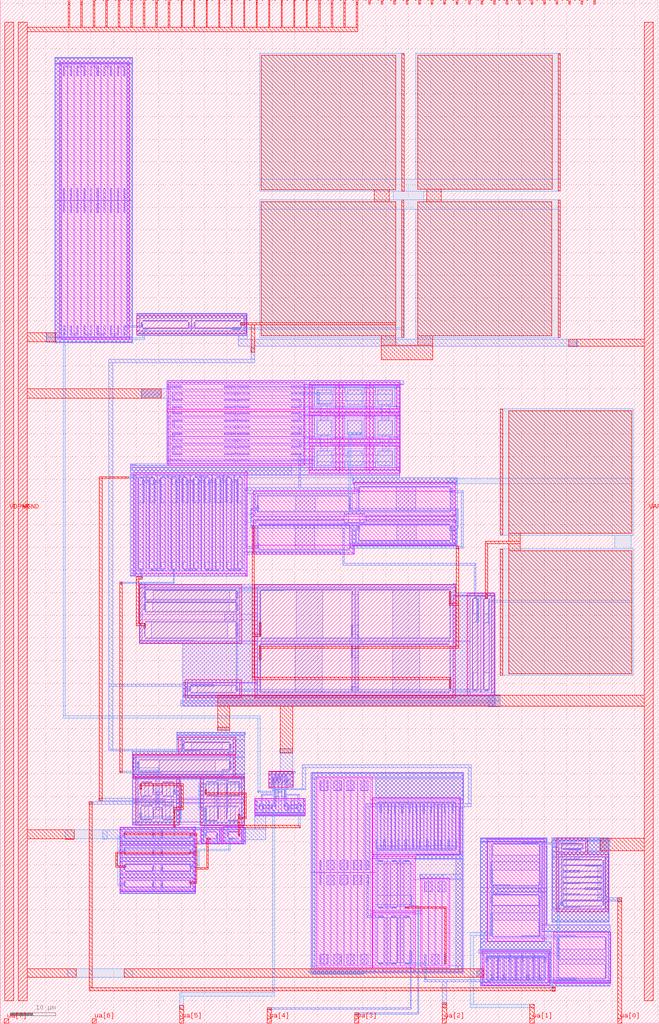
<source format=lef>
MACRO tt_um_DalinEM_asic
  CLASS BLOCK ;
  FOREIGN tt_um_DalinEM_asic ;
  ORIGIN 0.000 0.000 ;
  SIZE 145.360 BY 225.760 ;
  PIN clk
    DIRECTION INPUT ;
    USE SIGNAL ;
    PORT
      LAYER met4 ;
        RECT 128.190 224.760 128.490 225.760 ;
    END
  END clk
  PIN ena
    DIRECTION INPUT ;
    USE SIGNAL ;
    PORT
      LAYER met4 ;
        RECT 130.950 224.760 131.250 225.760 ;
    END
  END ena
  PIN rst_n
    DIRECTION INPUT ;
    USE SIGNAL ;
    PORT
      LAYER met4 ;
        RECT 125.430 224.760 125.730 225.760 ;
    END
  END rst_n
  PIN ua[0]
    DIRECTION INOUT ;
    USE SIGNAL ;
    ANTENNADIFFAREA 9.860000 ;
    PORT
      LAYER met4 ;
        RECT 136.170 0.000 137.070 1.000 ;
    END
  END ua[0]
  PIN ua[1]
    DIRECTION INOUT ;
    USE SIGNAL ;
    ANTENNAGATEAREA 180.000000 ;
    PORT
      LAYER met4 ;
        RECT 116.850 0.000 117.750 1.000 ;
    END
  END ua[1]
  PIN ua[2]
    DIRECTION INOUT ;
    USE SIGNAL ;
    ANTENNAGATEAREA 50.000000 ;
    ANTENNADIFFAREA 0.290000 ;
    PORT
      LAYER met4 ;
        RECT 97.530 0.000 98.430 1.000 ;
    END
  END ua[2]
  PIN ua[3]
    DIRECTION INOUT ;
    USE SIGNAL ;
    ANTENNAGATEAREA 30.000000 ;
    PORT
      LAYER met4 ;
        RECT 78.210 0.000 79.110 1.000 ;
    END
  END ua[3]
  PIN ua[4]
    DIRECTION INOUT ;
    USE SIGNAL ;
    ANTENNAGATEAREA 30.000000 ;
    PORT
      LAYER met4 ;
        RECT 58.890 0.000 59.790 1.000 ;
    END
  END ua[4]
  PIN ua[5]
    DIRECTION INOUT ;
    USE SIGNAL ;
    ANTENNAGATEAREA 1.000000 ;
    PORT
      LAYER met4 ;
        RECT 39.570 0.000 40.470 1.000 ;
    END
  END ua[5]
  PIN ua[6]
    DIRECTION INOUT ;
    USE SIGNAL ;
    PORT
      LAYER met4 ;
        RECT 20.250 0.000 21.150 1.000 ;
    END
  END ua[6]
  PIN ua[7]
    DIRECTION INOUT ;
    USE SIGNAL ;
    PORT
      LAYER met4 ;
        RECT 0.930 0.000 1.830 1.000 ;
    END
  END ua[7]
  PIN ui_in[0]
    DIRECTION INPUT ;
    USE SIGNAL ;
    PORT
      LAYER met4 ;
        RECT 122.670 224.760 122.970 225.760 ;
    END
  END ui_in[0]
  PIN ui_in[1]
    DIRECTION INPUT ;
    USE SIGNAL ;
    PORT
      LAYER met4 ;
        RECT 119.910 224.760 120.210 225.760 ;
    END
  END ui_in[1]
  PIN ui_in[2]
    DIRECTION INPUT ;
    USE SIGNAL ;
    PORT
      LAYER met4 ;
        RECT 117.150 224.760 117.450 225.760 ;
    END
  END ui_in[2]
  PIN ui_in[3]
    DIRECTION INPUT ;
    USE SIGNAL ;
    PORT
      LAYER met4 ;
        RECT 114.390 224.760 114.690 225.760 ;
    END
  END ui_in[3]
  PIN ui_in[4]
    DIRECTION INPUT ;
    USE SIGNAL ;
    PORT
      LAYER met4 ;
        RECT 111.630 224.760 111.930 225.760 ;
    END
  END ui_in[4]
  PIN ui_in[5]
    DIRECTION INPUT ;
    USE SIGNAL ;
    PORT
      LAYER met4 ;
        RECT 108.870 224.760 109.170 225.760 ;
    END
  END ui_in[5]
  PIN ui_in[6]
    DIRECTION INPUT ;
    USE SIGNAL ;
    PORT
      LAYER met4 ;
        RECT 106.110 224.760 106.410 225.760 ;
    END
  END ui_in[6]
  PIN ui_in[7]
    DIRECTION INPUT ;
    USE SIGNAL ;
    PORT
      LAYER met4 ;
        RECT 103.350 224.760 103.650 225.760 ;
    END
  END ui_in[7]
  PIN uio_in[0]
    DIRECTION INPUT ;
    USE SIGNAL ;
    PORT
      LAYER met4 ;
        RECT 100.590 224.760 100.890 225.760 ;
    END
  END uio_in[0]
  PIN uio_in[1]
    DIRECTION INPUT ;
    USE SIGNAL ;
    PORT
      LAYER met4 ;
        RECT 97.830 224.760 98.130 225.760 ;
    END
  END uio_in[1]
  PIN uio_in[2]
    DIRECTION INPUT ;
    USE SIGNAL ;
    PORT
      LAYER met4 ;
        RECT 95.070 224.760 95.370 225.760 ;
    END
  END uio_in[2]
  PIN uio_in[3]
    DIRECTION INPUT ;
    USE SIGNAL ;
    PORT
      LAYER met4 ;
        RECT 92.310 224.760 92.610 225.760 ;
    END
  END uio_in[3]
  PIN uio_in[4]
    DIRECTION INPUT ;
    USE SIGNAL ;
    PORT
      LAYER met4 ;
        RECT 89.550 224.760 89.850 225.760 ;
    END
  END uio_in[4]
  PIN uio_in[5]
    DIRECTION INPUT ;
    USE SIGNAL ;
    PORT
      LAYER met4 ;
        RECT 86.790 224.760 87.090 225.760 ;
    END
  END uio_in[5]
  PIN uio_in[6]
    DIRECTION INPUT ;
    USE SIGNAL ;
    PORT
      LAYER met4 ;
        RECT 84.030 224.760 84.330 225.760 ;
    END
  END uio_in[6]
  PIN uio_in[7]
    DIRECTION INPUT ;
    USE SIGNAL ;
    PORT
      LAYER met4 ;
        RECT 81.270 224.760 81.570 225.760 ;
    END
  END uio_in[7]
  PIN uio_oe[0]
    DIRECTION OUTPUT ;
    USE SIGNAL ;
    ANTENNAGATEAREA 240.560089 ;
    ANTENNADIFFAREA 781.075195 ;
    PORT
      LAYER met4 ;
        RECT 34.350 224.760 34.650 225.760 ;
    END
  END uio_oe[0]
  PIN uio_oe[1]
    DIRECTION OUTPUT ;
    USE SIGNAL ;
    ANTENNAGATEAREA 240.560089 ;
    ANTENNADIFFAREA 781.075195 ;
    PORT
      LAYER met4 ;
        RECT 31.590 224.760 31.890 225.760 ;
    END
  END uio_oe[1]
  PIN uio_oe[2]
    DIRECTION OUTPUT ;
    USE SIGNAL ;
    ANTENNAGATEAREA 240.560089 ;
    ANTENNADIFFAREA 781.075195 ;
    PORT
      LAYER met4 ;
        RECT 28.830 224.760 29.130 225.760 ;
    END
  END uio_oe[2]
  PIN uio_oe[3]
    DIRECTION OUTPUT ;
    USE SIGNAL ;
    ANTENNAGATEAREA 240.560089 ;
    ANTENNADIFFAREA 781.075195 ;
    PORT
      LAYER met4 ;
        RECT 26.070 224.760 26.370 225.760 ;
    END
  END uio_oe[3]
  PIN uio_oe[4]
    DIRECTION OUTPUT ;
    USE SIGNAL ;
    ANTENNAGATEAREA 240.560089 ;
    ANTENNADIFFAREA 781.075195 ;
    PORT
      LAYER met4 ;
        RECT 23.310 224.760 23.610 225.760 ;
    END
  END uio_oe[4]
  PIN uio_oe[5]
    DIRECTION OUTPUT ;
    USE SIGNAL ;
    ANTENNAGATEAREA 240.560089 ;
    ANTENNADIFFAREA 781.075195 ;
    PORT
      LAYER met4 ;
        RECT 20.550 224.760 20.850 225.760 ;
    END
  END uio_oe[5]
  PIN uio_oe[6]
    DIRECTION OUTPUT ;
    USE SIGNAL ;
    ANTENNAGATEAREA 240.560089 ;
    ANTENNADIFFAREA 781.075195 ;
    PORT
      LAYER met4 ;
        RECT 17.790 224.760 18.090 225.760 ;
    END
  END uio_oe[6]
  PIN uio_oe[7]
    DIRECTION OUTPUT ;
    USE SIGNAL ;
    ANTENNAGATEAREA 240.560089 ;
    ANTENNADIFFAREA 781.075195 ;
    PORT
      LAYER met4 ;
        RECT 15.030 224.760 15.330 225.760 ;
    END
  END uio_oe[7]
  PIN uio_out[0]
    DIRECTION OUTPUT ;
    USE SIGNAL ;
    ANTENNAGATEAREA 240.560089 ;
    ANTENNADIFFAREA 781.075195 ;
    PORT
      LAYER met4 ;
        RECT 56.430 224.760 56.730 225.760 ;
    END
  END uio_out[0]
  PIN uio_out[1]
    DIRECTION OUTPUT ;
    USE SIGNAL ;
    ANTENNAGATEAREA 240.560089 ;
    ANTENNADIFFAREA 781.075195 ;
    PORT
      LAYER met4 ;
        RECT 53.670 224.760 53.970 225.760 ;
    END
  END uio_out[1]
  PIN uio_out[2]
    DIRECTION OUTPUT ;
    USE SIGNAL ;
    ANTENNAGATEAREA 240.560089 ;
    ANTENNADIFFAREA 781.075195 ;
    PORT
      LAYER met4 ;
        RECT 50.910 224.760 51.210 225.760 ;
    END
  END uio_out[2]
  PIN uio_out[3]
    DIRECTION OUTPUT ;
    USE SIGNAL ;
    ANTENNAGATEAREA 240.560089 ;
    ANTENNADIFFAREA 781.075195 ;
    PORT
      LAYER met4 ;
        RECT 48.150 224.760 48.450 225.760 ;
    END
  END uio_out[3]
  PIN uio_out[4]
    DIRECTION OUTPUT ;
    USE SIGNAL ;
    ANTENNAGATEAREA 240.560089 ;
    ANTENNADIFFAREA 781.075195 ;
    PORT
      LAYER met4 ;
        RECT 45.390 224.760 45.690 225.760 ;
    END
  END uio_out[4]
  PIN uio_out[5]
    DIRECTION OUTPUT ;
    USE SIGNAL ;
    ANTENNAGATEAREA 240.560089 ;
    ANTENNADIFFAREA 781.075195 ;
    PORT
      LAYER met4 ;
        RECT 42.630 224.760 42.930 225.760 ;
    END
  END uio_out[5]
  PIN uio_out[6]
    DIRECTION OUTPUT ;
    USE SIGNAL ;
    ANTENNAGATEAREA 240.560089 ;
    ANTENNADIFFAREA 781.075195 ;
    PORT
      LAYER met4 ;
        RECT 39.870 224.760 40.170 225.760 ;
    END
  END uio_out[6]
  PIN uio_out[7]
    DIRECTION OUTPUT ;
    USE SIGNAL ;
    ANTENNAGATEAREA 240.560089 ;
    ANTENNADIFFAREA 781.075195 ;
    PORT
      LAYER met4 ;
        RECT 37.110 224.760 37.410 225.760 ;
    END
  END uio_out[7]
  PIN uo_out[0]
    DIRECTION OUTPUT ;
    USE SIGNAL ;
    ANTENNAGATEAREA 240.560089 ;
    ANTENNADIFFAREA 781.075195 ;
    PORT
      LAYER met4 ;
        RECT 78.510 224.760 78.810 225.760 ;
    END
  END uo_out[0]
  PIN uo_out[1]
    DIRECTION OUTPUT ;
    USE SIGNAL ;
    ANTENNAGATEAREA 240.560089 ;
    ANTENNADIFFAREA 781.075195 ;
    PORT
      LAYER met4 ;
        RECT 75.750 224.760 76.050 225.760 ;
    END
  END uo_out[1]
  PIN uo_out[2]
    DIRECTION OUTPUT ;
    USE SIGNAL ;
    ANTENNAGATEAREA 240.560089 ;
    ANTENNADIFFAREA 781.075195 ;
    PORT
      LAYER met4 ;
        RECT 72.990 224.760 73.290 225.760 ;
    END
  END uo_out[2]
  PIN uo_out[3]
    DIRECTION OUTPUT ;
    USE SIGNAL ;
    ANTENNAGATEAREA 240.560089 ;
    ANTENNADIFFAREA 781.075195 ;
    PORT
      LAYER met4 ;
        RECT 70.230 224.760 70.530 225.760 ;
    END
  END uo_out[3]
  PIN uo_out[4]
    DIRECTION OUTPUT ;
    USE SIGNAL ;
    ANTENNAGATEAREA 240.560089 ;
    ANTENNADIFFAREA 781.075195 ;
    PORT
      LAYER met4 ;
        RECT 67.470 224.760 67.770 225.760 ;
    END
  END uo_out[4]
  PIN uo_out[5]
    DIRECTION OUTPUT ;
    USE SIGNAL ;
    ANTENNAGATEAREA 240.560089 ;
    ANTENNADIFFAREA 781.075195 ;
    PORT
      LAYER met4 ;
        RECT 64.710 224.760 65.010 225.760 ;
    END
  END uo_out[5]
  PIN uo_out[6]
    DIRECTION OUTPUT ;
    USE SIGNAL ;
    ANTENNAGATEAREA 240.560089 ;
    ANTENNADIFFAREA 781.075195 ;
    PORT
      LAYER met4 ;
        RECT 61.950 224.760 62.250 225.760 ;
    END
  END uo_out[6]
  PIN uo_out[7]
    DIRECTION OUTPUT ;
    USE SIGNAL ;
    ANTENNAGATEAREA 240.560089 ;
    ANTENNADIFFAREA 781.075195 ;
    PORT
      LAYER met4 ;
        RECT 59.190 224.760 59.490 225.760 ;
    END
  END uo_out[7]
  PIN VDPWR
    DIRECTION INOUT ;
    USE POWER ;
    PORT
      LAYER met4 ;
        RECT 1.000 5.000 3.000 220.760 ;
    END
  END VDPWR
  PIN VGND
    DIRECTION INOUT ;
    USE GROUND ;
    PORT
      LAYER met4 ;
        RECT 4.000 5.000 6.000 220.760 ;
    END
  END VGND
  PIN VAPWR
    DIRECTION INOUT ;
    USE POWER ;
    PORT
      LAYER met4 ;
        RECT 142.000 5.000 144.000 220.760 ;
    END
  END VAPWR
  OBS
      LAYER pwell ;
        RECT 13.100 150.910 28.430 212.020 ;
      LAYER nwell ;
        RECT 30.105 152.105 54.315 156.075 ;
      LAYER pwell ;
        RECT 37.100 135.470 67.210 141.395 ;
        RECT 36.850 134.915 67.210 135.470 ;
        RECT 37.100 123.105 67.210 134.915 ;
        RECT 68.105 140.675 74.805 141.440 ;
        RECT 68.105 135.505 68.870 140.675 ;
        RECT 74.040 135.505 74.805 140.675 ;
        RECT 68.105 134.740 74.805 135.505 ;
        RECT 74.825 140.675 81.525 141.440 ;
        RECT 74.825 135.505 75.590 140.675 ;
        RECT 80.760 135.505 81.525 140.675 ;
        RECT 74.825 134.740 81.525 135.505 ;
        RECT 81.545 140.675 88.245 141.440 ;
        RECT 81.545 135.505 82.310 140.675 ;
        RECT 87.480 135.505 88.245 140.675 ;
        RECT 81.545 134.740 88.245 135.505 ;
        RECT 68.105 133.955 74.805 134.720 ;
        RECT 68.105 128.785 68.870 133.955 ;
        RECT 74.040 128.785 74.805 133.955 ;
        RECT 68.105 128.020 74.805 128.785 ;
        RECT 74.825 133.955 81.525 134.720 ;
        RECT 74.825 128.785 75.590 133.955 ;
        RECT 80.760 128.785 81.525 133.955 ;
        RECT 74.825 128.020 81.525 128.785 ;
        RECT 81.545 133.955 88.245 134.720 ;
        RECT 81.545 128.785 82.310 133.955 ;
        RECT 87.480 128.785 88.245 133.955 ;
        RECT 81.545 128.020 88.245 128.785 ;
        RECT 68.105 127.235 74.805 128.000 ;
        RECT 68.105 122.065 68.870 127.235 ;
        RECT 74.040 122.065 74.805 127.235 ;
        RECT 54.065 121.420 54.535 121.735 ;
        RECT 29.470 99.140 54.535 121.420 ;
        RECT 68.105 121.300 74.805 122.065 ;
        RECT 74.825 127.235 81.525 128.000 ;
        RECT 74.825 122.065 75.590 127.235 ;
        RECT 80.760 122.065 81.525 127.235 ;
        RECT 74.825 121.300 81.525 122.065 ;
        RECT 81.545 127.235 88.245 128.000 ;
        RECT 81.545 122.065 82.310 127.235 ;
        RECT 87.480 122.065 88.245 127.235 ;
        RECT 81.545 121.300 88.245 122.065 ;
        RECT 78.075 117.385 100.355 119.385 ;
        RECT 55.795 111.805 100.355 117.385 ;
        RECT 55.830 105.445 100.355 111.025 ;
        RECT 55.830 103.445 78.110 105.445 ;
        RECT 54.065 98.595 54.535 99.140 ;
      LAYER nwell ;
        RECT 30.730 83.770 53.310 96.740 ;
        RECT 40.780 71.750 53.310 75.720 ;
        RECT 56.170 71.750 100.380 96.740 ;
        RECT 103.010 72.320 109.000 94.900 ;
        RECT 39.305 59.285 51.935 63.100 ;
        RECT 29.305 59.130 51.935 59.285 ;
        RECT 29.305 54.445 51.885 59.130 ;
        RECT 59.235 55.425 64.415 55.575 ;
        RECT 29.305 54.315 53.835 54.445 ;
        RECT 29.865 43.675 39.525 54.315 ;
        RECT 44.195 43.550 53.835 54.315 ;
        RECT 59.180 52.110 64.575 55.425 ;
        RECT 59.235 52.035 64.415 52.110 ;
      LAYER pwell ;
        RECT 56.175 45.960 67.295 49.540 ;
        RECT 26.415 28.965 42.975 43.285 ;
        RECT 44.345 39.705 48.825 43.285 ;
        RECT 49.205 39.710 53.685 43.290 ;
        RECT 69.655 12.205 82.025 54.315 ;
        RECT 82.135 37.150 101.505 49.730 ;
        RECT 82.115 24.515 91.555 36.795 ;
        RECT 82.115 12.205 91.555 24.485 ;
        RECT 92.740 12.205 99.190 32.025 ;
        RECT 107.395 18.105 119.975 40.635 ;
      LAYER nwell ;
        RECT 122.670 37.255 129.640 40.785 ;
        RECT 122.670 24.645 134.140 37.255 ;
      LAYER pwell ;
        RECT 106.320 8.345 121.210 15.925 ;
        RECT 122.040 8.815 134.620 20.095 ;
      LAYER li1 ;
        RECT 12.025 213.100 28.970 213.110 ;
        RECT 12.025 211.555 29.205 213.100 ;
        RECT 12.025 181.550 13.580 211.555 ;
        RECT 13.930 209.030 14.280 211.190 ;
        RECT 13.930 182.030 14.280 184.190 ;
        RECT 14.760 181.550 14.930 211.555 ;
        RECT 15.410 209.030 15.760 211.190 ;
        RECT 15.410 182.030 15.760 184.190 ;
        RECT 16.240 181.550 16.410 211.555 ;
        RECT 16.890 209.030 17.240 211.190 ;
        RECT 16.890 182.030 17.240 184.190 ;
        RECT 17.720 181.550 17.890 211.555 ;
        RECT 18.370 209.030 18.720 211.190 ;
        RECT 18.370 182.030 18.720 184.190 ;
        RECT 19.200 181.550 19.370 211.555 ;
        RECT 19.850 209.030 20.200 211.190 ;
        RECT 19.850 182.030 20.200 184.190 ;
        RECT 20.680 181.550 20.850 211.555 ;
        RECT 21.330 209.030 21.680 211.190 ;
        RECT 21.330 182.030 21.680 184.190 ;
        RECT 22.160 181.550 22.330 211.555 ;
        RECT 22.810 209.030 23.160 211.190 ;
        RECT 22.810 182.030 23.160 184.190 ;
        RECT 23.640 181.550 23.810 211.555 ;
        RECT 24.290 209.030 24.640 211.190 ;
        RECT 24.290 182.030 24.640 184.190 ;
        RECT 25.120 181.550 25.290 211.555 ;
        RECT 25.770 209.030 26.120 211.190 ;
        RECT 25.770 182.030 26.120 184.190 ;
        RECT 26.600 181.550 26.770 211.555 ;
        RECT 27.250 209.030 27.600 211.190 ;
        RECT 27.250 182.030 27.600 184.190 ;
        RECT 27.950 181.550 29.205 211.555 ;
        RECT 12.025 181.380 29.205 181.550 ;
        RECT 12.025 151.470 13.580 181.380 ;
        RECT 13.930 178.740 14.280 180.900 ;
        RECT 13.930 151.740 14.280 153.900 ;
        RECT 14.760 151.470 14.930 181.380 ;
        RECT 15.410 178.740 15.760 180.900 ;
        RECT 15.410 151.740 15.760 153.900 ;
        RECT 16.240 151.470 16.410 181.380 ;
        RECT 16.890 178.740 17.240 180.900 ;
        RECT 16.890 151.740 17.240 153.900 ;
        RECT 17.720 151.470 17.890 181.380 ;
        RECT 18.370 178.740 18.720 180.900 ;
        RECT 18.370 151.740 18.720 153.900 ;
        RECT 19.200 151.470 19.370 181.380 ;
        RECT 19.850 178.740 20.200 180.900 ;
        RECT 19.850 151.740 20.200 153.900 ;
        RECT 20.680 151.470 20.850 181.380 ;
        RECT 21.330 178.740 21.680 180.900 ;
        RECT 21.330 151.740 21.680 153.900 ;
        RECT 22.160 151.470 22.330 181.380 ;
        RECT 22.810 178.740 23.160 180.900 ;
        RECT 22.810 151.740 23.160 153.900 ;
        RECT 23.640 151.470 23.810 181.380 ;
        RECT 24.290 178.740 24.640 180.900 ;
        RECT 24.290 151.740 24.640 153.900 ;
        RECT 25.120 151.470 25.290 181.380 ;
        RECT 25.770 178.740 26.120 180.900 ;
        RECT 25.770 151.740 26.120 153.900 ;
        RECT 26.600 151.470 26.770 181.380 ;
        RECT 27.250 178.740 27.600 180.900 ;
        RECT 27.250 151.740 27.600 153.900 ;
        RECT 27.950 151.470 29.205 181.380 ;
        RECT 30.160 156.420 54.415 156.515 ;
        RECT 30.110 155.490 54.520 156.420 ;
        RECT 30.110 152.735 30.800 155.490 ;
        RECT 31.395 154.825 41.395 154.995 ;
        RECT 31.165 153.570 31.335 154.610 ;
        RECT 41.455 153.570 41.625 154.610 ;
        RECT 31.395 153.185 41.395 153.355 ;
        RECT 42.125 152.735 42.295 155.490 ;
        RECT 43.025 154.825 53.025 154.995 ;
        RECT 42.795 153.570 42.965 154.610 ;
        RECT 53.085 153.570 53.255 154.610 ;
        RECT 43.025 153.185 53.025 153.355 ;
        RECT 53.740 152.735 54.520 155.490 ;
        RECT 30.110 151.675 54.520 152.735 ;
        RECT 12.025 150.140 29.205 151.470 ;
        RECT 36.675 140.915 88.165 141.785 ;
        RECT 36.675 139.870 37.475 140.915 ;
        RECT 37.930 140.215 40.090 140.565 ;
        RECT 49.430 140.215 51.590 140.565 ;
        RECT 51.885 139.870 52.375 140.915 ;
        RECT 52.720 140.215 54.880 140.565 ;
        RECT 64.220 140.215 66.380 140.565 ;
        RECT 66.850 140.135 88.115 140.915 ;
        RECT 66.850 139.870 69.410 140.135 ;
        RECT 36.675 139.315 69.410 139.870 ;
        RECT 36.675 138.405 37.475 139.315 ;
        RECT 37.930 138.735 40.090 139.085 ;
        RECT 49.430 138.735 51.590 139.085 ;
        RECT 51.885 138.405 52.375 139.315 ;
        RECT 52.720 138.735 54.880 139.085 ;
        RECT 64.220 138.735 66.380 139.085 ;
        RECT 66.850 138.405 69.410 139.315 ;
        RECT 36.675 137.850 69.410 138.405 ;
        RECT 36.675 136.935 37.475 137.850 ;
        RECT 37.930 137.255 40.090 137.605 ;
        RECT 49.430 137.255 51.590 137.605 ;
        RECT 51.885 136.935 52.375 137.850 ;
        RECT 52.720 137.255 54.880 137.605 ;
        RECT 64.220 137.255 66.380 137.605 ;
        RECT 66.850 136.935 69.410 137.850 ;
        RECT 36.675 136.380 69.410 136.935 ;
        RECT 36.675 135.470 37.475 136.380 ;
        RECT 37.930 135.775 40.090 136.125 ;
        RECT 49.430 135.775 51.590 136.125 ;
        RECT 51.885 135.470 52.375 136.380 ;
        RECT 52.720 135.775 54.880 136.125 ;
        RECT 64.220 135.775 66.380 136.125 ;
        RECT 66.850 136.045 69.410 136.380 ;
        RECT 69.720 136.355 73.190 139.825 ;
        RECT 73.500 136.045 76.130 140.135 ;
        RECT 76.440 136.355 79.910 139.825 ;
        RECT 80.220 136.045 82.850 140.135 ;
        RECT 83.160 136.355 86.630 139.825 ;
        RECT 86.940 136.045 88.115 140.135 ;
        RECT 66.850 135.470 88.115 136.045 ;
        RECT 36.675 134.915 88.115 135.470 ;
        RECT 36.675 134.005 37.475 134.915 ;
        RECT 37.930 134.295 40.090 134.645 ;
        RECT 49.430 134.295 51.590 134.645 ;
        RECT 51.885 134.005 52.375 134.915 ;
        RECT 66.850 134.870 88.115 134.915 ;
        RECT 52.720 134.295 54.880 134.645 ;
        RECT 64.220 134.295 66.380 134.645 ;
        RECT 66.850 134.590 87.950 134.870 ;
        RECT 66.850 134.095 88.115 134.590 ;
        RECT 66.850 134.005 69.270 134.095 ;
        RECT 36.675 133.775 69.270 134.005 ;
        RECT 73.585 133.775 76.000 134.095 ;
        RECT 80.365 133.775 82.665 134.095 ;
        RECT 87.080 133.775 88.115 134.095 ;
        RECT 36.675 133.450 88.115 133.775 ;
        RECT 36.675 132.540 37.475 133.450 ;
        RECT 37.930 132.815 40.090 133.165 ;
        RECT 49.430 132.815 51.590 133.165 ;
        RECT 51.885 132.540 52.375 133.450 ;
        RECT 66.850 133.415 88.115 133.450 ;
        RECT 52.720 132.815 54.880 133.165 ;
        RECT 64.220 132.815 66.380 133.165 ;
        RECT 66.850 132.540 69.410 133.415 ;
        RECT 36.675 131.985 69.410 132.540 ;
        RECT 36.675 131.040 37.475 131.985 ;
        RECT 37.930 131.335 40.090 131.685 ;
        RECT 49.430 131.335 51.590 131.685 ;
        RECT 51.885 131.040 52.375 131.985 ;
        RECT 52.720 131.335 54.880 131.685 ;
        RECT 64.220 131.335 66.380 131.685 ;
        RECT 66.850 131.040 69.410 131.985 ;
        RECT 36.675 130.485 69.410 131.040 ;
        RECT 36.675 129.505 37.475 130.485 ;
        RECT 37.930 129.855 40.090 130.205 ;
        RECT 49.430 129.855 51.590 130.205 ;
        RECT 51.885 129.505 52.375 130.485 ;
        RECT 52.720 129.855 54.880 130.205 ;
        RECT 64.220 129.855 66.380 130.205 ;
        RECT 66.850 129.505 69.410 130.485 ;
        RECT 69.720 129.635 73.190 133.105 ;
        RECT 36.675 129.325 69.410 129.505 ;
        RECT 73.500 129.325 76.130 133.415 ;
        RECT 76.440 129.635 79.910 133.105 ;
        RECT 80.220 129.325 82.850 133.415 ;
        RECT 83.160 129.635 86.630 133.105 ;
        RECT 86.940 129.325 88.115 133.415 ;
        RECT 36.675 128.950 88.115 129.325 ;
        RECT 36.675 128.075 37.475 128.950 ;
        RECT 37.930 128.375 40.090 128.725 ;
        RECT 49.430 128.375 51.590 128.725 ;
        RECT 51.885 128.075 52.375 128.950 ;
        RECT 52.720 128.375 54.880 128.725 ;
        RECT 64.220 128.375 66.380 128.725 ;
        RECT 66.850 128.150 88.115 128.950 ;
        RECT 66.850 128.075 87.950 128.150 ;
        RECT 36.675 127.870 87.950 128.075 ;
        RECT 36.675 127.520 88.115 127.870 ;
        RECT 36.675 126.610 37.475 127.520 ;
        RECT 37.930 126.895 40.090 127.245 ;
        RECT 49.430 126.895 51.590 127.245 ;
        RECT 51.885 126.610 52.375 127.520 ;
        RECT 52.720 126.895 54.880 127.245 ;
        RECT 64.220 126.895 66.380 127.245 ;
        RECT 66.850 126.695 88.115 127.520 ;
        RECT 66.850 126.610 69.410 126.695 ;
        RECT 36.675 126.055 69.410 126.610 ;
        RECT 36.675 125.075 37.475 126.055 ;
        RECT 37.930 125.415 40.090 125.765 ;
        RECT 49.430 125.415 51.590 125.765 ;
        RECT 51.885 125.075 52.375 126.055 ;
        RECT 52.720 125.415 54.880 125.765 ;
        RECT 64.220 125.415 66.380 125.765 ;
        RECT 66.850 125.075 69.410 126.055 ;
        RECT 36.675 124.520 69.410 125.075 ;
        RECT 36.675 123.505 37.475 124.520 ;
        RECT 37.930 123.935 40.090 124.285 ;
        RECT 49.430 123.935 51.590 124.285 ;
        RECT 51.885 123.505 52.375 124.520 ;
        RECT 52.720 123.935 54.880 124.285 ;
        RECT 64.220 123.935 66.380 124.285 ;
        RECT 66.850 123.505 69.410 124.520 ;
        RECT 36.675 123.450 69.410 123.505 ;
        RECT 28.710 122.605 69.410 123.450 ;
        RECT 69.720 122.915 73.190 126.385 ;
        RECT 73.500 122.605 76.130 126.695 ;
        RECT 76.440 122.915 79.910 126.385 ;
        RECT 80.220 122.605 82.850 126.695 ;
        RECT 83.160 122.915 86.630 126.385 ;
        RECT 86.940 122.605 88.115 126.695 ;
        RECT 28.710 122.565 88.115 122.605 ;
        RECT 28.710 120.840 88.130 122.565 ;
        RECT 28.710 99.770 29.905 120.840 ;
        RECT 30.740 120.340 31.280 120.510 ;
        RECT 30.400 100.280 30.570 120.280 ;
        RECT 31.450 100.280 31.620 120.280 ;
        RECT 30.740 100.050 31.280 100.220 ;
        RECT 32.140 99.770 32.310 120.840 ;
        RECT 33.170 120.340 33.710 120.510 ;
        RECT 32.830 100.280 33.000 120.280 ;
        RECT 33.880 100.280 34.050 120.280 ;
        RECT 33.170 100.050 33.710 100.220 ;
        RECT 34.570 99.770 34.740 120.840 ;
        RECT 35.600 120.340 36.140 120.510 ;
        RECT 35.260 100.280 35.430 120.280 ;
        RECT 36.310 100.280 36.480 120.280 ;
        RECT 35.600 100.050 36.140 100.220 ;
        RECT 37.000 99.770 37.170 120.840 ;
        RECT 38.030 120.340 38.570 120.510 ;
        RECT 37.690 100.280 37.860 120.280 ;
        RECT 38.740 100.280 38.910 120.280 ;
        RECT 38.030 100.050 38.570 100.220 ;
        RECT 39.430 99.770 39.600 120.840 ;
        RECT 40.460 120.340 41.000 120.510 ;
        RECT 40.120 100.280 40.290 120.280 ;
        RECT 41.170 100.280 41.340 120.280 ;
        RECT 40.460 100.050 41.000 100.220 ;
        RECT 41.860 99.770 42.030 120.840 ;
        RECT 42.890 120.340 43.430 120.510 ;
        RECT 42.550 100.280 42.720 120.280 ;
        RECT 43.600 100.280 43.770 120.280 ;
        RECT 42.890 100.050 43.430 100.220 ;
        RECT 44.290 99.770 44.460 120.840 ;
        RECT 45.320 120.340 45.860 120.510 ;
        RECT 44.980 100.280 45.150 120.280 ;
        RECT 46.030 100.280 46.200 120.280 ;
        RECT 45.320 100.050 45.860 100.220 ;
        RECT 46.720 99.770 46.890 120.840 ;
        RECT 47.750 120.340 48.290 120.510 ;
        RECT 47.410 100.280 47.580 120.280 ;
        RECT 48.460 100.280 48.630 120.280 ;
        RECT 47.750 100.050 48.290 100.220 ;
        RECT 49.150 99.770 49.320 120.840 ;
        RECT 50.180 120.340 50.720 120.510 ;
        RECT 49.840 100.280 50.010 120.280 ;
        RECT 50.890 100.280 51.060 120.280 ;
        RECT 50.180 100.050 50.720 100.220 ;
        RECT 51.580 99.770 51.750 120.840 ;
        RECT 52.610 120.340 53.150 120.510 ;
        RECT 53.815 120.340 88.130 120.840 ;
        RECT 52.270 100.280 52.440 120.280 ;
        RECT 53.320 100.280 53.490 120.280 ;
        RECT 53.815 118.880 100.775 120.340 ;
        RECT 53.815 116.820 78.580 118.880 ;
        RECT 79.215 118.285 99.215 118.455 ;
        RECT 53.815 112.285 56.260 116.820 ;
        RECT 56.935 116.285 76.935 116.455 ;
        RECT 56.705 113.075 56.875 116.115 ;
        RECT 76.995 113.075 77.165 116.115 ;
        RECT 56.935 112.735 76.935 112.905 ;
        RECT 77.630 112.285 78.580 116.820 ;
        RECT 78.985 113.075 79.155 118.115 ;
        RECT 99.275 113.075 99.445 118.115 ;
        RECT 79.215 112.735 99.215 112.905 ;
        RECT 99.825 112.285 100.775 118.880 ;
        RECT 53.815 110.480 100.775 112.285 ;
        RECT 53.815 103.920 56.305 110.480 ;
        RECT 56.970 109.925 76.970 110.095 ;
        RECT 56.740 104.715 56.910 109.755 ;
        RECT 77.030 104.715 77.200 109.755 ;
        RECT 77.565 105.945 78.550 110.480 ;
        RECT 79.215 109.925 99.215 110.095 ;
        RECT 78.985 106.715 79.155 109.755 ;
        RECT 99.275 106.715 99.445 109.755 ;
        RECT 79.215 106.375 99.215 106.545 ;
        RECT 99.825 105.945 100.775 110.480 ;
        RECT 77.565 105.405 100.775 105.945 ;
        RECT 56.970 104.375 76.970 104.545 ;
        RECT 53.815 103.915 56.315 103.920 ;
        RECT 77.660 103.915 78.000 105.405 ;
        RECT 53.815 103.480 78.015 103.915 ;
        RECT 52.610 100.050 53.150 100.220 ;
        RECT 53.815 99.770 54.470 103.480 ;
        RECT 28.710 98.655 54.470 99.770 ;
        RECT 56.070 96.830 100.540 96.835 ;
        RECT 30.705 95.980 100.540 96.830 ;
        RECT 30.705 95.955 56.820 95.980 ;
        RECT 30.705 90.205 31.345 95.955 ;
        RECT 32.020 95.490 52.020 95.660 ;
        RECT 31.790 93.735 31.960 95.275 ;
        RECT 52.080 93.735 52.250 95.275 ;
        RECT 32.020 93.350 52.020 93.520 ;
        RECT 32.020 92.810 52.020 92.980 ;
        RECT 31.790 91.055 31.960 92.595 ;
        RECT 52.080 91.055 52.250 92.595 ;
        RECT 32.020 90.670 52.020 90.840 ;
        RECT 52.585 90.205 56.820 95.955 ;
        RECT 57.460 95.490 77.460 95.660 ;
        RECT 30.705 89.020 56.820 90.205 ;
        RECT 30.705 84.435 31.345 89.020 ;
        RECT 32.020 88.490 52.020 88.660 ;
        RECT 31.790 85.235 31.960 88.275 ;
        RECT 52.080 85.235 52.250 88.275 ;
        RECT 32.020 84.850 52.020 85.020 ;
        RECT 30.705 84.400 42.745 84.435 ;
        RECT 30.705 84.395 51.935 84.400 ;
        RECT 52.585 84.395 56.820 89.020 ;
        RECT 57.230 85.235 57.400 95.275 ;
        RECT 77.520 85.235 77.690 95.275 ;
        RECT 57.460 84.850 77.460 85.020 ;
        RECT 30.705 84.375 56.820 84.395 ;
        RECT 30.680 84.330 56.820 84.375 ;
        RECT 78.190 84.330 78.360 95.980 ;
        RECT 79.090 95.490 99.090 95.660 ;
        RECT 78.860 85.235 79.030 95.275 ;
        RECT 99.150 85.235 99.320 95.275 ;
        RECT 99.760 94.925 100.510 95.980 ;
        RECT 102.880 94.925 109.155 94.960 ;
        RECT 99.760 94.295 109.155 94.925 ;
        RECT 99.760 94.240 109.110 94.295 ;
        RECT 79.090 84.850 99.090 85.020 ;
        RECT 99.760 84.330 103.685 94.240 ;
        RECT 104.475 93.670 105.015 93.840 ;
        RECT 30.680 84.160 103.685 84.330 ;
        RECT 30.680 83.705 56.820 84.160 ;
        RECT 30.765 83.685 56.820 83.705 ;
        RECT 40.280 75.110 56.820 83.685 ;
        RECT 57.460 83.470 77.460 83.640 ;
        RECT 40.255 75.040 56.820 75.110 ;
        RECT 40.255 72.410 41.345 75.040 ;
        RECT 42.070 74.470 52.020 74.640 ;
        RECT 41.840 73.215 42.010 74.255 ;
        RECT 52.080 73.215 52.250 74.255 ;
        RECT 42.070 72.830 52.020 73.000 ;
        RECT 52.685 72.410 56.820 75.040 ;
        RECT 57.230 73.215 57.400 83.255 ;
        RECT 77.520 73.215 77.690 83.255 ;
        RECT 57.460 72.830 77.460 73.000 ;
        RECT 78.190 72.410 78.360 84.160 ;
        RECT 79.090 83.470 99.090 83.640 ;
        RECT 78.860 73.215 79.030 83.255 ;
        RECT 99.150 73.215 99.320 83.255 ;
        RECT 79.090 72.830 99.090 73.000 ;
        RECT 99.760 72.925 103.685 84.160 ;
        RECT 104.090 73.610 104.260 93.610 ;
        RECT 105.230 73.610 105.400 93.610 ;
        RECT 104.475 73.380 105.015 73.550 ;
        RECT 105.920 72.925 106.090 94.240 ;
        RECT 106.995 93.670 107.535 93.840 ;
        RECT 106.610 73.610 106.780 93.610 ;
        RECT 107.750 73.610 107.920 93.610 ;
        RECT 106.995 73.380 107.535 73.550 ;
        RECT 108.330 72.925 109.110 94.240 ;
        RECT 99.755 72.410 109.110 72.925 ;
        RECT 40.255 72.090 109.110 72.410 ;
        RECT 40.255 70.705 109.030 72.090 ;
        RECT 40.280 70.005 109.030 70.705 ;
        RECT 39.000 64.085 53.890 64.120 ;
        RECT 39.000 64.045 53.955 64.085 ;
        RECT 38.935 62.510 53.955 64.045 ;
        RECT 38.935 59.925 40.130 62.510 ;
        RECT 40.595 61.850 50.645 62.020 ;
        RECT 40.365 60.595 40.535 61.635 ;
        RECT 50.705 60.595 50.875 61.635 ;
        RECT 40.595 60.210 50.645 60.380 ;
        RECT 51.255 59.925 53.955 62.510 ;
        RECT 29.120 58.615 53.955 59.925 ;
        RECT 29.120 55.020 29.980 58.615 ;
        RECT 30.595 58.035 50.595 58.205 ;
        RECT 30.365 55.780 30.535 57.820 ;
        RECT 50.655 55.780 50.825 57.820 ;
        RECT 30.595 55.395 50.595 55.565 ;
        RECT 51.255 55.020 53.955 58.615 ;
        RECT 29.120 53.785 53.955 55.020 ;
        RECT 29.120 49.445 30.545 53.785 ;
        RECT 31.155 53.105 33.555 53.275 ;
        RECT 30.925 50.350 31.095 52.890 ;
        RECT 33.615 50.350 33.785 52.890 ;
        RECT 31.155 49.965 33.555 50.135 ;
        RECT 34.215 49.445 35.225 53.785 ;
        RECT 35.835 53.105 38.235 53.275 ;
        RECT 35.605 50.350 35.775 52.890 ;
        RECT 38.295 50.350 38.465 52.890 ;
        RECT 35.835 49.965 38.235 50.135 ;
        RECT 38.820 49.680 44.890 53.785 ;
        RECT 45.485 53.195 47.885 53.365 ;
        RECT 45.255 50.440 45.425 52.980 ;
        RECT 47.945 50.440 48.115 52.980 ;
        RECT 45.485 50.055 47.885 50.225 ;
        RECT 48.605 49.680 49.525 53.785 ;
        RECT 50.145 53.195 52.545 53.365 ;
        RECT 49.915 50.440 50.085 52.980 ;
        RECT 52.605 50.440 52.775 52.980 ;
        RECT 50.145 50.055 52.545 50.225 ;
        RECT 53.165 49.680 53.955 53.785 ;
        RECT 59.195 54.955 64.590 55.640 ;
        RECT 59.195 52.555 59.970 54.955 ;
        RECT 60.395 54.560 60.895 54.730 ;
        RECT 61.185 54.560 61.685 54.730 ;
        RECT 61.975 54.560 62.475 54.730 ;
        RECT 62.765 54.560 63.265 54.730 ;
        RECT 60.165 53.305 60.335 54.345 ;
        RECT 60.955 53.305 61.125 54.345 ;
        RECT 61.745 53.305 61.915 54.345 ;
        RECT 62.535 53.305 62.705 54.345 ;
        RECT 63.325 53.305 63.495 54.345 ;
        RECT 60.395 52.920 60.895 53.090 ;
        RECT 61.185 52.920 61.685 53.090 ;
        RECT 61.975 52.920 62.475 53.090 ;
        RECT 62.765 52.920 63.265 53.090 ;
        RECT 63.815 52.555 64.590 54.955 ;
        RECT 68.455 53.945 102.225 55.380 ;
        RECT 59.180 51.760 64.590 52.555 ;
        RECT 38.820 49.445 53.955 49.680 ;
        RECT 29.120 49.275 53.955 49.445 ;
        RECT 29.120 48.755 30.545 49.275 ;
        RECT 34.215 48.755 35.225 49.275 ;
        RECT 38.820 48.755 53.955 49.275 ;
        RECT 29.120 48.585 53.955 48.755 ;
        RECT 29.120 44.420 30.545 48.585 ;
        RECT 31.155 47.895 33.555 48.065 ;
        RECT 30.925 45.140 31.095 47.680 ;
        RECT 33.615 45.140 33.785 47.680 ;
        RECT 31.155 44.755 33.555 44.925 ;
        RECT 34.215 44.420 35.225 48.585 ;
        RECT 38.820 48.420 53.955 48.585 ;
        RECT 35.835 47.895 38.235 48.065 ;
        RECT 35.605 45.140 35.775 47.680 ;
        RECT 38.295 45.140 38.465 47.680 ;
        RECT 35.835 44.755 38.235 44.925 ;
        RECT 38.820 44.420 44.890 48.420 ;
        RECT 45.485 47.770 47.885 47.940 ;
        RECT 45.255 45.015 45.425 47.555 ;
        RECT 47.945 45.015 48.115 47.555 ;
        RECT 45.485 44.630 47.885 44.800 ;
        RECT 29.120 44.385 45.075 44.420 ;
        RECT 48.605 44.385 49.525 48.420 ;
        RECT 50.145 47.770 52.545 47.940 ;
        RECT 49.915 45.015 50.085 47.555 ;
        RECT 52.605 45.015 52.775 47.555 ;
        RECT 50.145 44.630 52.545 44.800 ;
        RECT 53.165 44.385 53.955 48.420 ;
        RECT 56.140 49.130 67.330 49.575 ;
        RECT 56.140 46.505 56.645 49.130 ;
        RECT 57.315 48.440 57.815 48.610 ;
        RECT 57.085 47.230 57.255 48.270 ;
        RECT 57.875 47.230 58.045 48.270 ;
        RECT 57.315 46.890 57.815 47.060 ;
        RECT 58.545 46.505 59.365 49.130 ;
        RECT 60.095 48.440 60.595 48.610 ;
        RECT 59.865 47.230 60.035 48.270 ;
        RECT 60.655 47.230 60.825 48.270 ;
        RECT 60.095 46.890 60.595 47.060 ;
        RECT 61.325 46.505 62.145 49.130 ;
        RECT 62.875 48.440 63.375 48.610 ;
        RECT 62.645 47.230 62.815 48.270 ;
        RECT 63.435 47.230 63.605 48.270 ;
        RECT 62.875 46.890 63.375 47.060 ;
        RECT 64.100 46.505 64.925 49.130 ;
        RECT 65.655 48.440 66.155 48.610 ;
        RECT 65.425 47.230 65.595 48.270 ;
        RECT 66.215 47.230 66.385 48.270 ;
        RECT 65.655 46.890 66.155 47.060 ;
        RECT 66.875 46.505 67.330 49.130 ;
        RECT 56.140 45.705 67.330 46.505 ;
        RECT 29.120 43.745 53.955 44.385 ;
        RECT 29.120 43.710 30.545 43.745 ;
        RECT 44.060 43.710 53.955 43.745 ;
        RECT 44.060 43.705 53.880 43.710 ;
        RECT 44.105 43.685 53.880 43.705 ;
        RECT 53.275 43.640 53.880 43.685 ;
        RECT 34.140 43.255 35.300 43.275 ;
        RECT 44.620 43.255 54.110 43.275 ;
        RECT 26.410 42.715 54.110 43.255 ;
        RECT 26.410 40.225 26.950 42.715 ;
        RECT 27.555 42.185 33.555 42.355 ;
        RECT 27.325 40.975 27.495 42.015 ;
        RECT 33.615 40.975 33.785 42.015 ;
        RECT 27.555 40.635 33.555 40.805 ;
        RECT 34.140 40.225 35.300 42.715 ;
        RECT 42.475 42.695 54.110 42.715 ;
        RECT 35.835 42.185 41.835 42.355 ;
        RECT 35.605 40.975 35.775 42.015 ;
        RECT 41.895 40.975 42.065 42.015 ;
        RECT 35.835 40.635 41.835 40.805 ;
        RECT 42.475 40.290 44.835 42.695 ;
        RECT 45.485 42.185 47.685 42.355 ;
        RECT 45.255 40.975 45.425 42.015 ;
        RECT 47.745 40.975 47.915 42.015 ;
        RECT 45.485 40.635 47.685 40.805 ;
        RECT 48.270 40.290 49.775 42.695 ;
        RECT 50.345 42.190 52.545 42.360 ;
        RECT 50.115 40.980 50.285 42.020 ;
        RECT 52.605 40.980 52.775 42.020 ;
        RECT 50.345 40.640 52.545 40.810 ;
        RECT 53.185 40.290 54.110 42.695 ;
        RECT 42.475 40.225 54.130 40.290 ;
        RECT 26.410 39.455 54.130 40.225 ;
        RECT 26.410 39.180 43.160 39.455 ;
        RECT 53.185 39.430 54.110 39.455 ;
        RECT 26.410 36.670 26.950 39.180 ;
        RECT 27.555 38.605 33.555 38.775 ;
        RECT 27.325 37.395 27.495 38.435 ;
        RECT 33.615 37.395 33.785 38.435 ;
        RECT 27.555 37.055 33.555 37.225 ;
        RECT 34.140 36.670 35.300 39.180 ;
        RECT 35.835 38.605 41.835 38.775 ;
        RECT 35.605 37.395 35.775 38.435 ;
        RECT 41.895 37.395 42.065 38.435 ;
        RECT 35.835 37.055 41.835 37.225 ;
        RECT 42.475 36.670 43.160 39.180 ;
        RECT 26.410 35.625 43.160 36.670 ;
        RECT 26.410 33.050 26.950 35.625 ;
        RECT 27.555 35.025 33.555 35.195 ;
        RECT 27.325 33.815 27.495 34.855 ;
        RECT 33.615 33.815 33.785 34.855 ;
        RECT 27.555 33.475 33.555 33.645 ;
        RECT 34.140 33.050 35.300 35.625 ;
        RECT 35.835 35.025 41.835 35.195 ;
        RECT 35.605 33.815 35.775 34.855 ;
        RECT 41.895 33.815 42.065 34.855 ;
        RECT 35.835 33.475 41.835 33.645 ;
        RECT 42.475 33.050 43.160 35.625 ;
        RECT 26.410 32.005 43.160 33.050 ;
        RECT 26.410 29.555 26.950 32.005 ;
        RECT 27.555 31.445 33.555 31.615 ;
        RECT 27.325 30.235 27.495 31.275 ;
        RECT 33.615 30.235 33.785 31.275 ;
        RECT 27.555 29.895 33.555 30.065 ;
        RECT 34.140 29.555 35.300 32.005 ;
        RECT 35.835 31.445 41.835 31.615 ;
        RECT 35.605 30.235 35.775 31.275 ;
        RECT 41.895 30.235 42.065 31.275 ;
        RECT 35.835 29.895 41.835 30.065 ;
        RECT 42.475 29.555 43.160 32.005 ;
        RECT 26.410 28.545 43.160 29.555 ;
        RECT 42.475 28.525 43.160 28.545 ;
        RECT 68.460 33.345 70.045 53.945 ;
        RECT 70.485 51.325 70.835 53.485 ;
        RECT 70.485 33.825 70.835 35.985 ;
        RECT 71.315 33.345 71.485 53.945 ;
        RECT 71.965 51.325 72.315 53.485 ;
        RECT 71.965 33.825 72.315 35.985 ;
        RECT 72.795 33.345 72.965 53.945 ;
        RECT 73.445 51.325 73.795 53.485 ;
        RECT 73.445 33.825 73.795 35.985 ;
        RECT 74.275 33.345 74.445 53.945 ;
        RECT 74.925 51.325 75.275 53.485 ;
        RECT 74.925 33.825 75.275 35.985 ;
        RECT 75.755 33.345 75.925 53.945 ;
        RECT 76.405 51.325 76.755 53.485 ;
        RECT 76.405 33.825 76.755 35.985 ;
        RECT 77.235 33.345 77.405 53.945 ;
        RECT 77.885 51.325 78.235 53.485 ;
        RECT 77.885 33.825 78.235 35.985 ;
        RECT 78.715 33.345 78.885 53.945 ;
        RECT 79.365 51.325 79.715 53.485 ;
        RECT 79.365 33.825 79.715 35.985 ;
        RECT 80.195 33.345 80.365 53.945 ;
        RECT 80.845 51.325 81.195 53.485 ;
        RECT 81.650 49.365 102.225 53.945 ;
        RECT 81.590 49.150 102.225 49.365 ;
        RECT 81.590 37.665 82.720 49.150 ;
        RECT 83.275 48.630 83.775 48.800 ;
        RECT 84.065 48.630 84.565 48.800 ;
        RECT 84.855 48.630 85.355 48.800 ;
        RECT 85.645 48.630 86.145 48.800 ;
        RECT 86.435 48.630 86.935 48.800 ;
        RECT 87.225 48.630 87.725 48.800 ;
        RECT 88.015 48.630 88.515 48.800 ;
        RECT 88.805 48.630 89.305 48.800 ;
        RECT 89.595 48.630 90.095 48.800 ;
        RECT 90.385 48.630 90.885 48.800 ;
        RECT 91.175 48.630 91.675 48.800 ;
        RECT 91.965 48.630 92.465 48.800 ;
        RECT 92.755 48.630 93.255 48.800 ;
        RECT 93.545 48.630 94.045 48.800 ;
        RECT 94.335 48.630 94.835 48.800 ;
        RECT 95.125 48.630 95.625 48.800 ;
        RECT 95.915 48.630 96.415 48.800 ;
        RECT 96.705 48.630 97.205 48.800 ;
        RECT 97.495 48.630 97.995 48.800 ;
        RECT 98.285 48.630 98.785 48.800 ;
        RECT 99.075 48.630 99.575 48.800 ;
        RECT 99.865 48.630 100.365 48.800 ;
        RECT 83.045 38.420 83.215 48.460 ;
        RECT 83.835 38.420 84.005 48.460 ;
        RECT 84.625 38.420 84.795 48.460 ;
        RECT 85.415 38.420 85.585 48.460 ;
        RECT 86.205 38.420 86.375 48.460 ;
        RECT 86.995 38.420 87.165 48.460 ;
        RECT 87.785 38.420 87.955 48.460 ;
        RECT 88.575 38.420 88.745 48.460 ;
        RECT 89.365 38.420 89.535 48.460 ;
        RECT 90.155 38.420 90.325 48.460 ;
        RECT 90.945 38.420 91.115 48.460 ;
        RECT 91.735 38.420 91.905 48.460 ;
        RECT 92.525 38.420 92.695 48.460 ;
        RECT 93.315 38.420 93.485 48.460 ;
        RECT 94.105 38.420 94.275 48.460 ;
        RECT 94.895 38.420 95.065 48.460 ;
        RECT 95.685 38.420 95.855 48.460 ;
        RECT 96.475 38.420 96.645 48.460 ;
        RECT 97.265 38.420 97.435 48.460 ;
        RECT 98.055 38.420 98.225 48.460 ;
        RECT 98.845 38.420 99.015 48.460 ;
        RECT 99.635 38.420 99.805 48.460 ;
        RECT 100.425 38.420 100.595 48.460 ;
        RECT 83.275 38.080 83.775 38.250 ;
        RECT 84.065 38.080 84.565 38.250 ;
        RECT 84.855 38.080 85.355 38.250 ;
        RECT 85.645 38.080 86.145 38.250 ;
        RECT 86.435 38.080 86.935 38.250 ;
        RECT 87.225 38.080 87.725 38.250 ;
        RECT 88.015 38.080 88.515 38.250 ;
        RECT 88.805 38.080 89.305 38.250 ;
        RECT 89.595 38.080 90.095 38.250 ;
        RECT 90.385 38.080 90.885 38.250 ;
        RECT 91.175 38.080 91.675 38.250 ;
        RECT 91.965 38.080 92.465 38.250 ;
        RECT 92.755 38.080 93.255 38.250 ;
        RECT 93.545 38.080 94.045 38.250 ;
        RECT 94.335 38.080 94.835 38.250 ;
        RECT 95.125 38.080 95.625 38.250 ;
        RECT 95.915 38.080 96.415 38.250 ;
        RECT 96.705 38.080 97.205 38.250 ;
        RECT 97.495 38.080 97.995 38.250 ;
        RECT 98.285 38.080 98.785 38.250 ;
        RECT 99.075 38.080 99.575 38.250 ;
        RECT 99.865 38.080 100.365 38.250 ;
        RECT 100.985 37.665 102.225 49.150 ;
        RECT 81.590 36.320 102.225 37.665 ;
        RECT 80.845 33.825 81.195 35.985 ;
        RECT 81.590 33.345 82.720 36.320 ;
        RECT 83.385 35.715 84.425 35.885 ;
        RECT 68.460 33.175 82.720 33.345 ;
        RECT 68.460 12.700 70.045 33.175 ;
        RECT 70.485 30.535 70.835 32.695 ;
        RECT 70.485 13.035 70.835 15.195 ;
        RECT 71.315 12.700 71.485 33.175 ;
        RECT 71.965 30.535 72.315 32.695 ;
        RECT 71.965 13.035 72.315 15.195 ;
        RECT 72.795 12.700 72.965 33.175 ;
        RECT 73.445 30.535 73.795 32.695 ;
        RECT 73.445 13.035 73.795 15.195 ;
        RECT 74.275 12.700 74.445 33.175 ;
        RECT 74.925 30.535 75.275 32.695 ;
        RECT 74.925 13.035 75.275 15.195 ;
        RECT 75.755 12.700 75.925 33.175 ;
        RECT 76.405 30.535 76.755 32.695 ;
        RECT 76.405 13.035 76.755 15.195 ;
        RECT 77.235 12.700 77.405 33.175 ;
        RECT 77.885 30.535 78.235 32.695 ;
        RECT 77.885 13.035 78.235 15.195 ;
        RECT 78.715 12.700 78.885 33.175 ;
        RECT 79.365 30.535 79.715 32.695 ;
        RECT 79.365 13.035 79.715 15.195 ;
        RECT 80.195 12.700 80.365 33.175 ;
        RECT 80.845 30.535 81.195 32.695 ;
        RECT 81.590 24.925 82.720 33.175 ;
        RECT 83.045 25.655 83.215 35.655 ;
        RECT 84.595 25.655 84.765 35.655 ;
        RECT 83.385 25.425 84.425 25.595 ;
        RECT 85.285 24.925 85.455 36.320 ;
        RECT 86.315 35.715 87.355 35.885 ;
        RECT 85.975 25.655 86.145 35.655 ;
        RECT 87.525 25.655 87.695 35.655 ;
        RECT 86.315 25.425 87.355 25.595 ;
        RECT 88.215 24.925 88.385 36.320 ;
        RECT 89.245 35.715 90.285 35.885 ;
        RECT 88.905 25.655 89.075 35.655 ;
        RECT 90.455 25.655 90.625 35.655 ;
        RECT 91.145 31.650 102.225 36.320 ;
        RECT 89.245 25.425 90.285 25.595 ;
        RECT 91.145 24.925 93.105 31.650 ;
        RECT 93.570 29.035 93.920 31.195 ;
        RECT 81.590 24.755 93.105 24.925 ;
        RECT 81.590 24.245 82.720 24.755 ;
        RECT 91.180 24.245 93.105 24.755 ;
        RECT 81.590 24.075 93.105 24.245 ;
        RECT 80.845 13.035 81.195 15.195 ;
        RECT 81.590 12.700 82.720 24.075 ;
        RECT 83.385 23.405 84.425 23.575 ;
        RECT 83.045 13.345 83.215 23.345 ;
        RECT 84.595 13.345 84.765 23.345 ;
        RECT 83.385 13.115 84.425 13.285 ;
        RECT 85.285 12.700 85.455 24.075 ;
        RECT 86.315 23.405 87.355 23.575 ;
        RECT 85.975 13.345 86.145 23.345 ;
        RECT 87.525 13.345 87.695 23.345 ;
        RECT 86.315 13.115 87.355 13.285 ;
        RECT 88.215 12.700 88.385 24.075 ;
        RECT 89.245 23.405 90.285 23.575 ;
        RECT 88.905 13.345 89.075 23.345 ;
        RECT 90.455 13.345 90.625 23.345 ;
        RECT 89.245 13.115 90.285 13.285 ;
        RECT 91.145 12.700 93.105 24.075 ;
        RECT 93.570 13.035 93.920 15.195 ;
        RECT 94.400 12.700 94.570 31.650 ;
        RECT 95.050 29.035 95.400 31.195 ;
        RECT 95.050 13.035 95.400 15.195 ;
        RECT 95.880 12.700 96.050 31.650 ;
        RECT 96.530 29.035 96.880 31.195 ;
        RECT 96.530 13.035 96.880 15.195 ;
        RECT 97.360 12.700 97.530 31.650 ;
        RECT 98.010 29.035 98.360 31.195 ;
        RECT 98.010 13.035 98.360 15.195 ;
        RECT 98.840 12.700 102.225 31.650 ;
        RECT 68.460 11.055 102.225 12.700 ;
        RECT 105.930 39.940 120.710 40.895 ;
        RECT 105.930 29.855 107.925 39.940 ;
        RECT 108.665 39.555 118.705 39.725 ;
        RECT 108.325 30.495 108.495 39.495 ;
        RECT 118.875 30.495 119.045 39.495 ;
        RECT 108.665 30.265 118.705 30.435 ;
        RECT 119.425 29.855 120.710 39.940 ;
        RECT 105.930 28.940 120.710 29.855 ;
        RECT 105.930 18.625 107.925 28.940 ;
        RECT 108.665 28.305 118.705 28.475 ;
        RECT 108.325 19.245 108.495 28.245 ;
        RECT 118.875 19.245 119.045 28.245 ;
        RECT 119.425 21.810 120.710 28.940 ;
        RECT 121.605 40.170 134.335 40.895 ;
        RECT 121.605 37.835 123.445 40.170 ;
        RECT 124.135 39.555 128.175 39.725 ;
        RECT 123.750 38.495 123.920 39.495 ;
        RECT 128.390 38.495 128.560 39.495 ;
        RECT 124.135 38.265 128.175 38.435 ;
        RECT 129.005 37.835 134.335 40.170 ;
        RECT 121.605 36.585 134.335 37.835 ;
        RECT 121.605 25.405 123.445 36.585 ;
        RECT 124.135 36.025 132.675 36.195 ;
        RECT 123.750 34.965 123.920 35.965 ;
        RECT 132.890 34.965 133.060 35.965 ;
        RECT 124.135 34.735 132.675 34.905 ;
        RECT 123.750 33.675 123.920 34.675 ;
        RECT 132.890 33.675 133.060 34.675 ;
        RECT 124.135 33.445 132.675 33.615 ;
        RECT 123.750 32.385 123.920 33.385 ;
        RECT 132.890 32.385 133.060 33.385 ;
        RECT 124.135 32.155 132.675 32.325 ;
        RECT 123.750 31.095 123.920 32.095 ;
        RECT 132.890 31.095 133.060 32.095 ;
        RECT 124.135 30.865 132.675 31.035 ;
        RECT 123.750 29.805 123.920 30.805 ;
        RECT 132.890 29.805 133.060 30.805 ;
        RECT 124.135 29.575 132.675 29.745 ;
        RECT 123.750 28.515 123.920 29.515 ;
        RECT 132.890 28.515 133.060 29.515 ;
        RECT 124.135 28.285 132.675 28.455 ;
        RECT 123.750 27.225 123.920 28.225 ;
        RECT 132.890 27.225 133.060 28.225 ;
        RECT 124.135 26.995 132.675 27.165 ;
        RECT 123.750 25.935 123.920 26.935 ;
        RECT 132.890 25.935 133.060 26.935 ;
        RECT 124.135 25.705 132.675 25.875 ;
        RECT 133.345 25.405 134.335 36.585 ;
        RECT 121.605 22.245 134.335 25.405 ;
        RECT 119.425 19.685 134.590 21.810 ;
        RECT 108.665 19.015 118.705 19.185 ;
        RECT 119.425 18.625 122.640 19.685 ;
        RECT 123.310 19.015 133.350 19.185 ;
        RECT 105.930 15.415 122.640 18.625 ;
        RECT 105.930 9.025 106.810 15.415 ;
        RECT 107.460 14.825 108.460 14.995 ;
        RECT 108.750 14.825 109.750 14.995 ;
        RECT 110.040 14.825 111.040 14.995 ;
        RECT 111.330 14.825 112.330 14.995 ;
        RECT 112.620 14.825 113.620 14.995 ;
        RECT 113.910 14.825 114.910 14.995 ;
        RECT 115.200 14.825 116.200 14.995 ;
        RECT 116.490 14.825 117.490 14.995 ;
        RECT 117.780 14.825 118.780 14.995 ;
        RECT 119.070 14.825 120.070 14.995 ;
        RECT 107.230 9.615 107.400 14.655 ;
        RECT 108.520 9.615 108.690 14.655 ;
        RECT 109.810 9.615 109.980 14.655 ;
        RECT 111.100 9.615 111.270 14.655 ;
        RECT 112.390 9.615 112.560 14.655 ;
        RECT 113.680 9.615 113.850 14.655 ;
        RECT 114.970 9.615 115.140 14.655 ;
        RECT 116.260 9.615 116.430 14.655 ;
        RECT 117.550 9.615 117.720 14.655 ;
        RECT 118.840 9.615 119.010 14.655 ;
        RECT 120.130 9.615 120.300 14.655 ;
        RECT 107.460 9.275 108.460 9.445 ;
        RECT 108.750 9.275 109.750 9.445 ;
        RECT 110.040 9.275 111.040 9.445 ;
        RECT 111.330 9.275 112.330 9.445 ;
        RECT 112.620 9.275 113.620 9.445 ;
        RECT 113.910 9.275 114.910 9.445 ;
        RECT 115.200 9.275 116.200 9.445 ;
        RECT 116.490 9.275 117.490 9.445 ;
        RECT 117.780 9.275 118.780 9.445 ;
        RECT 119.070 9.275 120.070 9.445 ;
        RECT 120.750 9.435 122.640 15.415 ;
        RECT 122.970 9.955 123.140 18.955 ;
        RECT 133.520 9.955 133.690 18.955 ;
        RECT 123.310 9.725 133.350 9.895 ;
        RECT 134.125 9.435 134.590 19.685 ;
        RECT 120.750 9.025 134.590 9.435 ;
        RECT 105.930 8.145 134.590 9.025 ;
      LAYER met1 ;
        RECT 12.125 212.920 13.435 212.945 ;
        RECT 12.125 212.890 29.205 212.920 ;
        RECT 12.115 211.705 29.205 212.890 ;
        RECT 12.115 151.255 13.490 211.705 ;
        RECT 13.980 210.835 15.710 211.160 ;
        RECT 13.980 209.055 14.230 210.835 ;
        RECT 15.460 209.055 15.710 210.835 ;
        RECT 16.940 210.835 18.670 211.160 ;
        RECT 16.940 209.055 17.190 210.835 ;
        RECT 18.420 209.055 18.670 210.835 ;
        RECT 19.900 210.835 21.630 211.160 ;
        RECT 19.900 209.055 20.150 210.835 ;
        RECT 21.380 209.055 21.630 210.835 ;
        RECT 22.860 210.835 24.590 211.160 ;
        RECT 22.860 209.055 23.110 210.835 ;
        RECT 24.340 209.055 24.590 210.835 ;
        RECT 25.820 210.835 27.550 211.160 ;
        RECT 25.820 209.055 26.070 210.835 ;
        RECT 27.300 209.055 27.550 210.835 ;
        RECT 13.980 178.765 14.230 184.165 ;
        RECT 15.460 178.765 15.710 184.165 ;
        RECT 16.940 178.765 17.190 184.165 ;
        RECT 18.420 178.765 18.670 184.165 ;
        RECT 19.900 178.765 20.150 184.165 ;
        RECT 21.380 178.765 21.630 184.165 ;
        RECT 22.860 178.765 23.110 184.165 ;
        RECT 24.340 178.765 24.590 184.165 ;
        RECT 25.820 178.765 26.070 184.165 ;
        RECT 27.300 178.765 27.550 184.165 ;
        RECT 27.965 155.000 29.125 211.705 ;
        RECT 30.100 155.560 54.475 156.545 ;
        RECT 13.980 153.830 14.230 153.875 ;
        RECT 13.870 151.830 14.330 153.830 ;
        RECT 15.460 152.095 15.710 153.875 ;
        RECT 16.940 152.095 17.190 153.875 ;
        RECT 13.980 151.770 14.230 151.830 ;
        RECT 15.460 151.770 17.190 152.095 ;
        RECT 18.420 152.095 18.670 153.875 ;
        RECT 19.900 152.095 20.150 153.875 ;
        RECT 18.420 151.770 20.150 152.095 ;
        RECT 21.380 152.095 21.630 153.875 ;
        RECT 22.860 152.095 23.110 153.875 ;
        RECT 21.380 151.770 23.110 152.095 ;
        RECT 24.340 152.095 24.590 153.875 ;
        RECT 25.820 152.095 26.070 153.875 ;
        RECT 27.300 153.815 27.550 153.875 ;
        RECT 24.340 151.770 26.070 152.095 ;
        RECT 27.245 151.830 27.605 153.815 ;
        RECT 27.300 151.770 27.550 151.830 ;
        RECT 28.035 151.255 29.105 155.000 ;
        RECT 30.110 152.710 30.745 155.560 ;
        RECT 31.415 154.795 41.375 155.025 ;
        RECT 43.045 154.795 53.005 155.025 ;
        RECT 31.135 154.150 31.365 154.590 ;
        RECT 31.070 153.650 31.430 154.150 ;
        RECT 41.425 153.920 41.655 154.590 ;
        RECT 42.765 153.920 42.995 154.590 ;
        RECT 53.055 154.530 53.285 154.590 ;
        RECT 52.960 154.030 53.380 154.530 ;
        RECT 31.135 153.590 31.365 153.650 ;
        RECT 41.425 153.590 42.995 153.920 ;
        RECT 53.055 153.590 53.285 154.030 ;
        RECT 31.425 153.385 32.790 153.395 ;
        RECT 51.095 153.385 52.995 153.430 ;
        RECT 31.415 153.155 53.005 153.385 ;
        RECT 31.425 153.110 32.790 153.155 ;
        RECT 51.095 153.065 52.995 153.155 ;
        RECT 53.745 152.710 54.420 155.560 ;
        RECT 30.095 151.725 54.470 152.710 ;
        RECT 12.115 151.250 29.135 151.255 ;
        RECT 12.095 150.315 29.135 151.250 ;
        RECT 12.125 150.260 29.135 150.315 ;
        RECT 12.125 150.255 13.435 150.260 ;
        RECT 36.825 141.745 37.480 141.760 ;
        RECT 87.975 141.745 88.970 141.760 ;
        RECT 36.790 140.920 88.970 141.745 ;
        RECT 36.825 140.515 37.480 140.920 ;
        RECT 66.995 140.840 88.970 140.920 ;
        RECT 66.995 140.515 88.010 140.840 ;
        RECT 36.825 140.265 40.065 140.515 ;
        RECT 49.455 140.265 88.010 140.515 ;
        RECT 36.825 139.925 37.480 140.265 ;
        RECT 35.520 139.915 37.480 139.925 ;
        RECT 31.130 137.910 37.480 139.915 ;
        RECT 66.995 140.220 88.010 140.265 ;
        RECT 64.255 139.035 66.340 139.040 ;
        RECT 36.825 124.285 37.480 137.910 ;
        RECT 37.960 138.785 40.065 139.035 ;
        RECT 49.455 138.785 54.855 139.035 ;
        RECT 64.245 138.785 66.350 139.035 ;
        RECT 37.960 137.555 38.370 138.785 ;
        RECT 64.255 138.780 66.340 138.785 ;
        RECT 37.960 137.305 40.065 137.555 ;
        RECT 49.455 137.305 54.855 137.555 ;
        RECT 64.245 137.305 66.350 137.555 ;
        RECT 65.940 136.075 66.350 137.305 ;
        RECT 37.960 135.825 40.065 136.075 ;
        RECT 49.455 135.825 54.855 136.075 ;
        RECT 64.245 135.825 66.350 136.075 ;
        RECT 66.995 135.920 69.250 140.220 ;
        RECT 69.930 139.090 72.980 139.615 ;
        RECT 73.635 139.095 75.965 140.220 ;
        RECT 69.880 138.750 72.980 139.090 ;
        RECT 76.650 138.750 79.700 139.615 ;
        RECT 80.360 139.040 82.690 140.220 ;
        RECT 69.880 138.720 79.700 138.750 ;
        RECT 83.370 138.720 86.420 139.615 ;
        RECT 69.880 137.350 86.420 138.720 ;
        RECT 69.880 136.720 72.980 137.350 ;
        RECT 76.650 137.320 86.420 137.350 ;
        RECT 69.930 136.565 72.980 136.720 ;
        RECT 37.960 134.595 38.370 135.825 ;
        RECT 37.960 134.345 40.065 134.595 ;
        RECT 49.455 134.345 54.855 134.595 ;
        RECT 64.245 134.345 66.350 134.595 ;
        RECT 65.940 133.115 66.350 134.345 ;
        RECT 37.960 132.865 40.065 133.115 ;
        RECT 49.455 132.865 54.855 133.115 ;
        RECT 64.245 132.865 66.350 133.115 ;
        RECT 66.995 134.255 70.440 135.920 ;
        RECT 37.960 131.635 38.370 132.865 ;
        RECT 37.960 131.385 40.065 131.635 ;
        RECT 49.455 131.385 54.855 131.635 ;
        RECT 64.245 131.385 66.350 131.635 ;
        RECT 65.940 130.155 66.350 131.385 ;
        RECT 37.960 129.905 40.065 130.155 ;
        RECT 49.455 129.905 54.855 130.155 ;
        RECT 64.245 129.905 66.350 130.155 ;
        RECT 37.960 128.675 38.370 129.905 ;
        RECT 66.995 129.190 69.250 134.255 ;
        RECT 70.715 132.895 72.260 136.565 ;
        RECT 73.780 135.905 75.920 136.920 ;
        RECT 76.650 136.565 79.700 137.320 ;
        RECT 80.430 135.905 82.570 136.920 ;
        RECT 83.370 136.565 86.420 137.320 ;
        RECT 72.690 134.355 83.880 135.905 ;
        RECT 69.930 129.845 72.980 132.895 ;
        RECT 37.960 128.425 40.065 128.675 ;
        RECT 49.455 128.425 54.855 128.675 ;
        RECT 64.245 128.425 66.350 128.675 ;
        RECT 65.940 127.195 66.350 128.425 ;
        RECT 37.960 126.945 40.065 127.195 ;
        RECT 49.455 126.945 54.855 127.195 ;
        RECT 64.245 126.945 66.350 127.195 ;
        RECT 66.995 127.525 70.440 129.190 ;
        RECT 37.960 125.715 38.370 126.945 ;
        RECT 64.740 125.715 66.340 125.720 ;
        RECT 37.960 125.465 40.065 125.715 ;
        RECT 49.455 125.465 54.855 125.715 ;
        RECT 64.245 125.465 66.350 125.715 ;
        RECT 64.740 125.460 66.340 125.465 ;
        RECT 36.825 124.235 38.060 124.285 ;
        RECT 66.995 124.240 69.250 127.525 ;
        RECT 70.700 126.175 72.245 129.845 ;
        RECT 73.780 129.160 75.920 134.355 ;
        RECT 76.650 129.845 79.700 132.895 ;
        RECT 80.430 129.160 82.570 134.355 ;
        RECT 84.195 132.895 85.740 136.565 ;
        RECT 87.090 135.955 87.980 140.220 ;
        RECT 85.945 134.290 87.980 135.955 ;
        RECT 83.370 129.845 86.420 132.895 ;
        RECT 72.845 127.570 83.825 129.160 ;
        RECT 66.280 124.235 69.250 124.240 ;
        RECT 36.825 123.985 69.250 124.235 ;
        RECT 36.825 123.935 38.060 123.985 ;
        RECT 28.680 123.105 29.935 123.165 ;
        RECT 28.660 123.100 29.955 123.105 ;
        RECT 36.825 123.100 37.480 123.935 ;
        RECT 28.660 123.040 56.220 123.100 ;
        RECT 66.995 123.040 69.250 123.985 ;
        RECT 69.930 125.250 72.980 126.175 ;
        RECT 73.780 125.465 75.920 127.570 ;
        RECT 76.650 125.250 79.700 126.175 ;
        RECT 80.430 125.465 82.570 127.570 ;
        RECT 84.220 126.175 85.765 129.845 ;
        RECT 87.090 129.285 87.980 134.290 ;
        RECT 86.020 127.445 87.980 129.285 ;
        RECT 69.930 125.235 79.700 125.250 ;
        RECT 83.370 125.235 86.420 126.175 ;
        RECT 69.930 123.850 86.420 125.235 ;
        RECT 69.930 123.125 72.980 123.850 ;
        RECT 76.650 123.835 86.420 123.850 ;
        RECT 28.660 122.510 69.250 123.040 ;
        RECT 73.655 122.510 75.985 123.610 ;
        RECT 76.650 123.125 79.700 123.835 ;
        RECT 80.380 122.510 82.710 123.590 ;
        RECT 83.370 123.125 86.420 123.835 ;
        RECT 87.090 122.510 87.980 127.445 ;
        RECT 28.660 121.965 88.020 122.510 ;
        RECT 28.660 121.025 88.050 121.965 ;
        RECT 28.660 121.020 64.270 121.025 ;
        RECT 28.660 120.960 56.220 121.020 ;
        RECT 67.525 120.990 88.050 121.025 ;
        RECT 28.660 99.800 29.955 120.960 ;
        RECT 30.760 120.510 31.260 120.540 ;
        RECT 30.740 120.340 31.280 120.510 ;
        RECT 30.760 120.310 31.260 120.340 ;
        RECT 30.370 118.870 30.600 120.285 ;
        RECT 30.850 120.250 31.250 120.310 ;
        RECT 31.420 119.805 31.650 120.280 ;
        RECT 31.350 118.870 31.710 119.805 ;
        RECT 30.370 114.805 31.710 118.870 ;
        RECT 30.370 101.660 31.650 114.805 ;
        RECT 30.370 100.220 30.600 101.660 ;
        RECT 30.760 100.220 31.260 100.250 ;
        RECT 31.420 100.220 31.650 101.660 ;
        RECT 30.370 100.050 31.650 100.220 ;
        RECT 30.760 100.020 31.260 100.050 ;
        RECT 30.850 99.990 31.250 100.020 ;
        RECT 32.110 99.800 32.340 120.960 ;
        RECT 33.190 120.310 33.690 120.540 ;
        RECT 32.800 119.805 33.030 120.260 ;
        RECT 33.200 120.250 33.600 120.310 ;
        RECT 33.850 119.805 34.080 120.260 ;
        RECT 32.740 118.870 33.100 119.805 ;
        RECT 33.790 118.870 34.150 119.805 ;
        RECT 32.740 114.805 34.150 118.870 ;
        RECT 32.800 101.660 34.080 114.805 ;
        RECT 32.800 100.300 33.030 101.660 ;
        RECT 33.850 100.300 34.080 101.660 ;
        RECT 33.190 100.020 33.690 100.250 ;
        RECT 33.280 99.960 33.680 100.020 ;
        RECT 34.540 99.800 34.770 120.960 ;
        RECT 35.710 120.540 36.110 120.600 ;
        RECT 35.620 120.310 36.120 120.540 ;
        RECT 35.230 119.815 35.460 120.260 ;
        RECT 35.180 118.870 35.540 119.815 ;
        RECT 36.280 118.870 36.510 120.260 ;
        RECT 35.180 114.815 36.510 118.870 ;
        RECT 35.230 101.660 36.510 114.815 ;
        RECT 35.230 100.300 35.460 101.660 ;
        RECT 36.280 100.300 36.510 101.660 ;
        RECT 35.620 100.020 36.120 100.250 ;
        RECT 35.630 99.960 36.030 100.020 ;
        RECT 36.970 99.800 37.200 120.960 ;
        RECT 38.140 120.540 38.540 120.600 ;
        RECT 38.050 120.510 38.550 120.540 ;
        RECT 38.050 120.340 38.570 120.510 ;
        RECT 38.050 120.310 38.550 120.340 ;
        RECT 37.660 118.915 37.890 120.280 ;
        RECT 38.710 119.830 38.940 120.290 ;
        RECT 38.635 118.915 38.995 119.830 ;
        RECT 37.660 114.830 38.995 118.915 ;
        RECT 37.660 101.685 38.940 114.830 ;
        RECT 37.660 100.220 37.890 101.685 ;
        RECT 38.050 100.220 38.550 100.250 ;
        RECT 38.710 100.220 38.940 101.685 ;
        RECT 37.660 100.050 38.940 100.220 ;
        RECT 38.050 100.045 38.940 100.050 ;
        RECT 38.050 100.020 38.550 100.045 ;
        RECT 38.060 99.960 38.460 100.020 ;
        RECT 39.400 99.800 39.630 120.960 ;
        RECT 40.490 120.540 40.890 120.600 ;
        RECT 40.480 120.310 40.980 120.540 ;
        RECT 40.090 119.830 40.320 120.260 ;
        RECT 40.030 118.915 40.390 119.830 ;
        RECT 41.140 119.820 41.370 120.260 ;
        RECT 41.075 118.915 41.435 119.820 ;
        RECT 40.030 114.830 41.435 118.915 ;
        RECT 40.090 114.820 41.435 114.830 ;
        RECT 40.090 101.685 41.370 114.820 ;
        RECT 40.090 100.300 40.320 101.685 ;
        RECT 41.140 100.300 41.370 101.685 ;
        RECT 40.480 100.020 40.980 100.250 ;
        RECT 40.570 99.960 40.970 100.020 ;
        RECT 41.830 99.800 42.060 120.960 ;
        RECT 43.000 120.540 43.400 120.600 ;
        RECT 42.910 120.310 43.410 120.540 ;
        RECT 42.520 119.820 42.750 120.260 ;
        RECT 42.450 118.930 42.810 119.820 ;
        RECT 43.570 119.815 43.800 120.260 ;
        RECT 43.510 118.930 43.870 119.815 ;
        RECT 42.450 114.820 43.870 118.930 ;
        RECT 42.520 114.815 43.870 114.820 ;
        RECT 42.520 101.700 43.800 114.815 ;
        RECT 42.520 100.300 42.750 101.700 ;
        RECT 43.570 100.300 43.800 101.700 ;
        RECT 42.910 100.020 43.410 100.250 ;
        RECT 42.920 99.960 43.320 100.020 ;
        RECT 44.260 99.800 44.490 120.960 ;
        RECT 45.350 120.540 45.750 120.600 ;
        RECT 45.340 120.310 45.840 120.540 ;
        RECT 44.950 119.815 45.180 120.260 ;
        RECT 46.000 119.815 46.230 120.260 ;
        RECT 44.885 118.930 45.245 119.815 ;
        RECT 45.935 118.930 46.295 119.815 ;
        RECT 44.885 114.815 46.295 118.930 ;
        RECT 44.950 101.700 46.230 114.815 ;
        RECT 44.950 100.300 45.180 101.700 ;
        RECT 46.000 100.300 46.230 101.700 ;
        RECT 45.340 100.020 45.840 100.250 ;
        RECT 45.430 99.960 45.830 100.020 ;
        RECT 46.690 99.800 46.920 120.960 ;
        RECT 47.860 120.540 48.260 120.600 ;
        RECT 47.770 120.310 48.270 120.540 ;
        RECT 47.380 119.815 47.610 120.260 ;
        RECT 48.430 119.815 48.660 120.260 ;
        RECT 47.315 118.930 47.675 119.815 ;
        RECT 48.370 118.930 48.730 119.815 ;
        RECT 47.315 114.815 48.730 118.930 ;
        RECT 47.380 101.700 48.660 114.815 ;
        RECT 47.380 100.300 47.610 101.700 ;
        RECT 48.430 100.300 48.660 101.700 ;
        RECT 47.770 100.020 48.270 100.250 ;
        RECT 47.780 99.960 48.180 100.020 ;
        RECT 49.120 99.800 49.350 120.960 ;
        RECT 50.210 120.540 50.610 120.600 ;
        RECT 50.200 120.310 50.700 120.540 ;
        RECT 49.810 119.815 50.040 120.260 ;
        RECT 50.860 119.815 51.090 120.260 ;
        RECT 49.745 118.930 50.105 119.815 ;
        RECT 50.795 118.930 51.155 119.815 ;
        RECT 49.745 114.815 51.155 118.930 ;
        RECT 49.810 101.700 51.090 114.815 ;
        RECT 49.810 100.300 50.040 101.700 ;
        RECT 50.860 100.300 51.090 101.700 ;
        RECT 50.200 100.020 50.700 100.250 ;
        RECT 50.290 99.960 50.690 100.020 ;
        RECT 51.550 99.800 51.780 120.960 ;
        RECT 53.825 120.945 54.355 120.960 ;
        RECT 52.720 120.540 53.120 120.600 ;
        RECT 52.630 120.310 53.130 120.540 ;
        RECT 52.240 119.815 52.470 120.260 ;
        RECT 52.180 118.945 52.540 119.815 ;
        RECT 53.290 118.945 53.520 120.260 ;
        RECT 52.180 114.815 53.520 118.945 ;
        RECT 52.240 101.715 53.520 114.815 ;
        RECT 52.240 100.300 52.470 101.715 ;
        RECT 53.290 100.300 53.520 101.715 ;
        RECT 53.825 117.610 54.305 120.945 ;
        RECT 77.745 120.275 88.050 120.990 ;
        RECT 99.795 120.275 100.775 120.305 ;
        RECT 77.745 119.185 100.775 120.275 ;
        RECT 77.760 118.915 100.775 119.185 ;
        RECT 79.235 118.255 99.195 118.485 ;
        RECT 78.955 118.035 79.185 118.095 ;
        RECT 53.825 117.580 54.730 117.610 ;
        RECT 53.825 116.790 78.035 117.580 ;
        RECT 78.890 117.035 79.250 118.035 ;
        RECT 53.825 116.760 54.730 116.790 ;
        RECT 53.825 116.755 54.620 116.760 ;
        RECT 53.825 103.980 54.305 116.755 ;
        RECT 55.340 111.810 56.130 116.790 ;
        RECT 56.705 116.255 76.915 116.485 ;
        RECT 56.705 116.095 56.875 116.255 ;
        RECT 56.675 114.155 56.905 116.095 ;
        RECT 56.610 113.155 56.970 114.155 ;
        RECT 56.675 113.095 56.905 113.155 ;
        RECT 56.705 112.935 56.875 113.095 ;
        RECT 65.180 112.935 69.430 116.255 ;
        RECT 76.965 114.155 77.195 116.095 ;
        RECT 76.900 113.155 77.260 114.155 ;
        RECT 76.965 113.095 77.195 113.155 ;
        RECT 78.955 113.095 79.185 117.035 ;
        RECT 87.360 112.935 91.630 118.255 ;
        RECT 99.245 118.035 99.475 118.095 ;
        RECT 99.180 117.035 99.540 118.035 ;
        RECT 99.245 113.095 99.475 117.035 ;
        RECT 56.705 112.705 99.195 112.935 ;
        RECT 75.915 112.390 80.235 112.705 ;
        RECT 55.340 110.830 75.690 111.810 ;
        RECT 53.825 103.950 54.345 103.980 ;
        RECT 55.970 103.950 56.335 110.830 ;
        RECT 75.915 110.440 76.915 112.390 ;
        RECT 79.235 110.440 80.235 112.390 ;
        RECT 99.795 111.965 100.775 118.915 ;
        RECT 80.675 110.700 100.775 111.965 ;
        RECT 75.915 110.125 80.235 110.440 ;
        RECT 56.990 109.895 99.195 110.125 ;
        RECT 56.710 105.795 56.940 109.735 ;
        RECT 56.645 104.795 57.005 105.795 ;
        RECT 56.710 104.735 56.940 104.795 ;
        RECT 65.125 104.575 69.395 109.895 ;
        RECT 78.985 109.735 79.155 109.895 ;
        RECT 77.000 105.795 77.230 109.735 ;
        RECT 78.955 109.675 79.185 109.735 ;
        RECT 77.620 108.840 78.460 108.900 ;
        RECT 77.600 105.975 78.480 108.840 ;
        RECT 78.890 108.675 79.250 109.675 ;
        RECT 78.955 106.735 79.185 108.675 ;
        RECT 78.985 106.575 79.155 106.735 ;
        RECT 87.485 106.575 91.735 109.895 ;
        RECT 99.245 109.675 99.475 109.735 ;
        RECT 99.180 108.675 99.540 109.675 ;
        RECT 99.795 108.760 100.775 110.700 ;
        RECT 99.245 106.735 99.475 108.675 ;
        RECT 78.985 106.345 99.195 106.575 ;
        RECT 99.755 105.975 100.790 108.760 ;
        RECT 76.935 104.795 77.295 105.795 ;
        RECT 77.600 105.550 100.790 105.975 ;
        RECT 77.600 105.375 100.775 105.550 ;
        RECT 77.000 104.735 77.230 104.795 ;
        RECT 56.990 104.345 76.950 104.575 ;
        RECT 53.825 103.945 56.375 103.950 ;
        RECT 77.630 103.945 78.030 105.375 ;
        RECT 99.795 105.345 100.775 105.375 ;
        RECT 53.825 103.450 78.075 103.945 ;
        RECT 53.825 103.420 54.345 103.450 ;
        RECT 55.970 103.420 56.335 103.450 ;
        RECT 77.630 103.435 78.030 103.450 ;
        RECT 52.630 100.020 53.130 100.250 ;
        RECT 52.640 99.960 53.040 100.020 ;
        RECT 53.825 99.800 54.305 103.420 ;
        RECT 28.650 98.635 54.305 99.800 ;
        RECT 28.650 98.625 54.185 98.635 ;
        RECT 30.675 96.860 31.290 96.890 ;
        RECT 99.825 96.860 100.505 96.890 ;
        RECT 30.675 96.200 100.530 96.860 ;
        RECT 30.675 84.405 31.290 96.200 ;
        RECT 46.700 95.690 51.800 95.715 ;
        RECT 32.040 95.460 52.020 95.690 ;
        RECT 33.715 95.435 51.800 95.460 ;
        RECT 31.760 95.195 31.990 95.255 ;
        RECT 31.695 93.815 32.055 95.195 ;
        RECT 31.760 93.755 31.990 93.815 ;
        RECT 33.715 93.550 50.595 95.435 ;
        RECT 52.050 95.195 52.280 95.255 ;
        RECT 51.985 93.815 52.345 95.195 ;
        RECT 52.050 93.755 52.280 93.815 ;
        RECT 32.040 93.320 52.000 93.550 ;
        RECT 32.570 93.010 51.825 93.320 ;
        RECT 32.040 92.780 52.000 93.010 ;
        RECT 31.760 92.515 31.990 92.575 ;
        RECT 31.695 91.135 32.055 92.515 ;
        RECT 31.760 91.075 31.990 91.135 ;
        RECT 33.690 90.870 50.540 92.780 ;
        RECT 52.050 92.515 52.280 92.575 ;
        RECT 51.985 91.135 52.345 92.515 ;
        RECT 52.050 91.075 52.280 91.135 ;
        RECT 32.040 90.640 52.000 90.870 ;
        RECT 49.560 88.690 51.455 90.640 ;
        RECT 32.040 88.460 52.000 88.690 ;
        RECT 31.760 88.195 31.990 88.255 ;
        RECT 31.660 87.195 32.080 88.195 ;
        RECT 31.760 85.255 31.990 87.195 ;
        RECT 33.330 85.050 50.195 88.460 ;
        RECT 52.050 88.195 52.280 88.255 ;
        RECT 51.985 85.315 52.345 88.195 ;
        RECT 52.050 85.255 52.280 85.315 ;
        RECT 32.040 84.820 52.020 85.050 ;
        RECT 39.905 84.405 41.245 84.430 ;
        RECT 52.840 84.405 56.725 96.200 ;
        RECT 57.480 95.690 62.580 95.715 ;
        RECT 57.460 95.460 99.350 95.690 ;
        RECT 57.480 95.435 62.580 95.460 ;
        RECT 57.200 88.315 57.430 95.255 ;
        RECT 57.105 85.315 57.525 88.315 ;
        RECT 57.200 85.255 57.430 85.315 ;
        RECT 65.265 85.050 71.160 95.460 ;
        RECT 77.490 94.645 77.720 95.255 ;
        RECT 78.830 94.645 79.060 95.255 ;
        RECT 77.490 87.815 79.060 94.645 ;
        RECT 77.425 85.775 79.125 87.815 ;
        RECT 77.425 85.315 77.785 85.775 ;
        RECT 78.765 85.315 79.125 85.775 ;
        RECT 77.490 85.255 77.720 85.315 ;
        RECT 78.830 85.255 79.060 85.315 ;
        RECT 86.525 85.050 92.420 95.460 ;
        RECT 99.120 95.195 99.350 95.460 ;
        RECT 99.025 92.195 99.445 95.195 ;
        RECT 99.825 94.975 100.505 96.200 ;
        RECT 102.820 94.975 109.215 94.990 ;
        RECT 99.825 94.455 109.215 94.975 ;
        RECT 99.915 94.265 109.215 94.455 ;
        RECT 99.120 85.255 99.350 92.195 ;
        RECT 99.150 85.050 99.320 85.255 ;
        RECT 57.460 84.820 99.320 85.050 ;
        RECT 30.620 83.675 56.725 84.405 ;
        RECT 30.675 83.665 31.290 83.675 ;
        RECT 40.250 75.175 56.725 83.675 ;
        RECT 57.525 83.670 77.070 84.820 ;
        RECT 79.470 83.670 99.015 84.820 ;
        RECT 57.200 83.440 99.070 83.670 ;
        RECT 57.200 83.175 57.430 83.440 ;
        RECT 57.105 80.175 57.525 83.175 ;
        RECT 40.250 73.945 41.245 75.175 ;
        RECT 42.050 74.670 47.150 74.685 ;
        RECT 42.050 74.440 52.000 74.670 ;
        RECT 42.050 74.425 51.020 74.440 ;
        RECT 40.220 72.350 41.280 73.945 ;
        RECT 41.810 73.930 42.040 74.235 ;
        RECT 41.695 73.295 42.055 73.930 ;
        RECT 41.810 73.235 42.040 73.295 ;
        RECT 43.415 73.030 51.020 74.425 ;
        RECT 52.050 74.175 52.280 74.235 ;
        RECT 51.985 73.295 52.345 74.175 ;
        RECT 52.050 73.235 52.280 73.295 ;
        RECT 42.090 72.800 52.000 73.030 ;
        RECT 52.840 72.350 56.725 75.175 ;
        RECT 57.200 73.235 57.430 80.175 ;
        RECT 57.230 73.030 57.430 73.235 ;
        RECT 65.095 73.030 70.990 83.440 ;
        RECT 77.490 83.175 77.720 83.235 ;
        RECT 78.830 83.175 79.060 83.235 ;
        RECT 77.425 82.655 77.785 83.175 ;
        RECT 78.765 82.655 79.125 83.175 ;
        RECT 77.425 80.675 79.125 82.655 ;
        RECT 77.490 74.250 79.060 80.675 ;
        RECT 77.425 73.725 79.125 74.250 ;
        RECT 77.425 73.295 77.785 73.725 ;
        RECT 78.765 73.295 79.125 73.725 ;
        RECT 77.490 73.235 77.720 73.295 ;
        RECT 78.830 73.235 79.060 73.295 ;
        RECT 86.610 73.030 92.505 83.440 ;
        RECT 99.120 76.295 99.350 83.235 ;
        RECT 99.025 73.890 99.445 76.295 ;
        RECT 99.120 73.235 99.350 73.890 ;
        RECT 57.230 72.800 99.070 73.030 ;
        RECT 99.915 72.350 103.620 94.265 ;
        RECT 104.505 93.870 104.985 93.900 ;
        RECT 104.495 93.640 104.995 93.870 ;
        RECT 106.965 93.660 107.565 93.980 ;
        RECT 107.015 93.640 107.515 93.660 ;
        RECT 104.060 90.345 104.290 93.590 ;
        RECT 105.200 93.500 105.430 93.590 ;
        RECT 105.125 90.345 105.505 93.500 ;
        RECT 104.060 88.500 105.505 90.345 ;
        RECT 106.580 90.345 106.810 93.590 ;
        RECT 107.720 93.290 107.950 93.590 ;
        RECT 107.645 90.345 108.025 93.290 ;
        RECT 104.060 77.360 105.430 88.500 ;
        RECT 104.060 73.630 104.290 77.360 ;
        RECT 105.200 73.630 105.430 77.360 ;
        RECT 106.580 88.290 108.025 90.345 ;
        RECT 106.580 77.360 107.950 88.290 ;
        RECT 106.580 73.630 106.810 77.360 ;
        RECT 107.720 73.630 107.950 77.360 ;
        RECT 104.495 73.350 104.995 73.580 ;
        RECT 107.015 73.350 107.515 73.580 ;
        RECT 104.505 73.320 104.985 73.350 ;
        RECT 107.025 73.320 107.505 73.350 ;
        RECT 108.410 72.350 109.140 94.265 ;
        RECT 40.220 72.270 109.140 72.350 ;
        RECT 40.220 69.975 109.160 72.270 ;
        RECT 107.770 69.955 109.160 69.975 ;
        RECT 38.940 62.565 53.950 64.150 ;
        RECT 29.170 59.875 29.945 59.905 ;
        RECT 38.950 59.875 40.025 62.565 ;
        RECT 40.615 61.820 50.625 62.050 ;
        RECT 40.270 60.675 40.630 61.675 ;
        RECT 40.335 60.615 40.565 60.675 ;
        RECT 42.180 60.420 48.925 61.820 ;
        RECT 50.675 61.555 50.905 61.615 ;
        RECT 50.560 60.675 50.920 61.555 ;
        RECT 50.675 60.615 50.905 60.675 ;
        RECT 40.625 60.410 48.925 60.420 ;
        RECT 40.615 60.180 50.625 60.410 ;
        RECT 40.625 60.160 44.270 60.180 ;
        RECT 51.370 59.875 53.945 62.565 ;
        RECT 29.170 59.845 53.945 59.875 ;
        RECT 29.130 58.755 53.945 59.845 ;
        RECT 29.130 55.970 29.965 58.755 ;
        RECT 30.615 58.005 50.575 58.235 ;
        RECT 30.335 57.740 30.565 57.800 ;
        RECT 29.170 54.940 29.945 55.970 ;
        RECT 30.240 55.860 30.630 57.740 ;
        RECT 30.335 55.800 30.565 55.860 ;
        RECT 35.125 55.595 47.370 58.005 ;
        RECT 50.625 57.740 50.855 57.800 ;
        RECT 50.560 55.860 50.920 57.740 ;
        RECT 50.625 55.800 50.855 55.860 ;
        RECT 30.615 55.365 50.575 55.595 ;
        RECT 30.625 55.315 35.725 55.365 ;
        RECT 51.370 54.940 53.945 58.755 ;
        RECT 59.210 55.615 59.865 55.630 ;
        RECT 59.210 55.570 64.555 55.615 ;
        RECT 29.170 54.780 53.945 54.940 ;
        RECT 29.150 54.200 53.945 54.780 ;
        RECT 29.170 54.030 53.945 54.200 ;
        RECT 59.190 55.000 64.555 55.570 ;
        RECT 68.735 55.240 69.395 55.270 ;
        RECT 68.735 55.160 102.145 55.240 ;
        RECT 29.170 53.975 53.930 54.030 ;
        RECT 29.170 53.945 30.355 53.975 ;
        RECT 29.190 44.385 30.355 53.945 ;
        RECT 31.175 53.075 33.535 53.305 ;
        RECT 35.855 53.075 38.215 53.305 ;
        RECT 30.895 52.810 31.125 52.870 ;
        RECT 30.800 51.635 31.220 52.810 ;
        RECT 30.895 50.370 31.125 51.635 ;
        RECT 31.830 50.165 32.790 53.075 ;
        RECT 33.585 50.960 33.815 52.870 ;
        RECT 34.410 50.960 34.975 50.970 ;
        RECT 35.575 50.960 35.805 52.870 ;
        RECT 33.585 50.370 35.805 50.960 ;
        RECT 31.175 49.935 33.535 50.165 ;
        RECT 31.175 49.590 31.675 49.935 ;
        RECT 34.410 49.850 34.975 50.370 ;
        RECT 36.565 50.165 37.525 53.075 ;
        RECT 38.265 51.610 38.495 52.870 ;
        RECT 38.170 50.430 38.590 51.610 ;
        RECT 38.265 50.370 38.495 50.430 ;
        RECT 35.855 49.965 38.215 50.165 ;
        RECT 35.855 49.935 38.245 49.965 ;
        RECT 31.125 49.090 31.725 49.590 ;
        RECT 32.985 48.340 33.585 48.840 ;
        RECT 33.035 48.095 33.535 48.340 ;
        RECT 31.175 47.865 33.535 48.095 ;
        RECT 30.895 46.400 31.125 47.660 ;
        RECT 30.800 45.220 31.220 46.400 ;
        RECT 30.895 45.160 31.125 45.220 ;
        RECT 31.830 44.955 32.790 47.865 ;
        RECT 34.430 47.660 34.930 49.850 ;
        RECT 35.805 49.090 36.405 49.590 ;
        RECT 35.855 48.095 36.355 49.090 ;
        RECT 37.745 48.840 38.245 49.935 ;
        RECT 37.695 48.340 38.295 48.840 ;
        RECT 35.855 47.865 38.215 48.095 ;
        RECT 33.585 47.070 35.805 47.660 ;
        RECT 33.585 45.160 33.815 47.070 ;
        RECT 35.575 45.160 35.805 47.070 ;
        RECT 36.540 44.955 37.500 47.865 ;
        RECT 38.265 47.600 38.495 47.660 ;
        RECT 38.170 46.425 38.590 47.600 ;
        RECT 38.265 45.160 38.495 46.425 ;
        RECT 31.175 44.725 33.535 44.955 ;
        RECT 35.855 44.725 38.215 44.955 ;
        RECT 38.885 44.385 39.760 53.975 ;
        RECT 29.190 43.805 39.860 44.385 ;
        RECT 44.010 44.345 44.800 53.975 ;
        RECT 51.390 53.970 53.930 53.975 ;
        RECT 45.505 53.165 47.865 53.395 ;
        RECT 50.165 53.165 52.775 53.395 ;
        RECT 45.225 51.520 45.455 52.960 ;
        RECT 45.130 50.520 45.550 51.520 ;
        RECT 45.225 50.460 45.455 50.520 ;
        RECT 45.965 50.255 47.220 53.165 ;
        RECT 47.915 52.900 48.145 52.960 ;
        RECT 49.885 52.900 50.115 52.960 ;
        RECT 47.850 51.900 48.210 52.900 ;
        RECT 49.820 51.900 50.180 52.900 ;
        RECT 47.915 50.460 48.145 51.900 ;
        RECT 49.885 50.460 50.115 51.900 ;
        RECT 50.830 50.255 51.870 53.165 ;
        RECT 52.605 52.960 52.775 53.165 ;
        RECT 52.575 52.900 52.805 52.960 ;
        RECT 52.480 51.900 52.900 52.900 ;
        RECT 52.575 50.460 52.805 51.900 ;
        RECT 52.605 50.255 52.775 50.460 ;
        RECT 45.505 50.225 47.865 50.255 ;
        RECT 50.165 50.225 52.775 50.255 ;
        RECT 45.505 50.055 52.775 50.225 ;
        RECT 45.505 50.025 47.865 50.055 ;
        RECT 47.240 47.970 47.865 50.025 ;
        RECT 45.255 47.940 47.865 47.970 ;
        RECT 50.165 50.025 52.775 50.055 ;
        RECT 50.165 47.970 50.790 50.025 ;
        RECT 50.165 47.940 52.525 47.970 ;
        RECT 45.255 47.770 52.525 47.940 ;
        RECT 45.255 47.740 47.865 47.770 ;
        RECT 50.165 47.740 52.525 47.770 ;
        RECT 45.255 47.535 45.425 47.740 ;
        RECT 45.225 47.475 45.455 47.535 ;
        RECT 45.130 46.475 45.550 47.475 ;
        RECT 45.225 45.035 45.455 46.475 ;
        RECT 45.255 44.830 45.425 45.035 ;
        RECT 46.180 44.830 47.220 47.740 ;
        RECT 47.915 47.475 48.145 47.535 ;
        RECT 49.885 47.475 50.115 47.535 ;
        RECT 47.850 46.475 48.210 47.475 ;
        RECT 49.820 46.475 50.180 47.475 ;
        RECT 47.915 45.035 48.145 46.475 ;
        RECT 49.885 45.035 50.115 46.475 ;
        RECT 50.765 44.830 51.805 47.740 ;
        RECT 52.575 46.095 52.805 47.535 ;
        RECT 52.480 45.095 52.900 46.095 ;
        RECT 52.575 45.035 52.805 45.095 ;
        RECT 45.255 44.600 47.865 44.830 ;
        RECT 50.165 44.600 52.525 44.830 ;
        RECT 53.225 44.345 53.930 53.970 ;
        RECT 59.190 52.020 59.885 55.000 ;
        RECT 60.415 54.530 60.875 54.760 ;
        RECT 61.205 54.530 61.665 54.760 ;
        RECT 61.995 54.530 62.455 54.760 ;
        RECT 62.785 54.530 63.245 54.760 ;
        RECT 60.135 53.885 60.365 54.325 ;
        RECT 60.070 53.385 60.430 53.885 ;
        RECT 60.135 53.325 60.365 53.385 ;
        RECT 60.575 53.120 60.755 54.530 ;
        RECT 61.325 54.525 61.505 54.530 ;
        RECT 60.925 53.325 61.155 54.325 ;
        RECT 61.330 53.125 61.495 54.525 ;
        RECT 61.715 54.265 61.945 54.325 ;
        RECT 61.650 53.765 62.010 54.265 ;
        RECT 61.715 53.325 61.945 53.765 ;
        RECT 61.325 53.120 61.505 53.125 ;
        RECT 62.150 53.120 62.330 54.530 ;
        RECT 62.505 53.325 62.735 54.325 ;
        RECT 62.910 53.120 63.090 54.530 ;
        RECT 63.295 53.885 63.525 54.325 ;
        RECT 63.230 53.385 63.590 53.885 ;
        RECT 63.295 53.325 63.525 53.385 ;
        RECT 60.415 52.890 60.875 53.120 ;
        RECT 61.205 52.890 61.665 53.120 ;
        RECT 61.995 52.890 62.455 53.120 ;
        RECT 62.785 52.890 63.245 53.120 ;
        RECT 59.210 51.960 59.865 52.020 ;
        RECT 60.415 51.745 60.665 52.890 ;
        RECT 60.415 51.475 61.065 51.745 ;
        RECT 60.415 50.565 60.665 51.475 ;
        RECT 57.545 50.315 60.665 50.565 ;
        RECT 56.175 49.490 56.580 49.550 ;
        RECT 56.155 46.465 56.600 49.490 ;
        RECT 57.545 48.640 57.795 50.315 ;
        RECT 61.205 50.075 61.455 52.890 ;
        RECT 61.995 51.130 62.245 52.890 ;
        RECT 61.600 50.860 62.245 51.130 ;
        RECT 60.325 49.825 61.455 50.075 ;
        RECT 61.995 50.075 62.245 50.860 ;
        RECT 62.785 50.565 63.035 52.890 ;
        RECT 63.815 52.090 64.555 55.000 ;
        RECT 68.725 54.235 102.145 55.160 ;
        RECT 63.835 52.030 64.535 52.090 ;
        RECT 62.785 50.315 65.925 50.565 ;
        RECT 61.995 49.825 63.145 50.075 ;
        RECT 57.335 48.410 57.795 48.640 ;
        RECT 57.055 48.190 57.285 48.250 ;
        RECT 56.990 47.790 57.350 48.190 ;
        RECT 57.055 47.250 57.285 47.790 ;
        RECT 57.845 47.710 58.075 48.250 ;
        RECT 57.780 47.310 58.140 47.710 ;
        RECT 57.845 47.250 58.075 47.310 ;
        RECT 57.335 46.860 57.795 47.090 ;
        RECT 58.585 46.465 59.270 49.550 ;
        RECT 60.325 48.640 60.575 49.825 ;
        RECT 60.115 48.410 60.575 48.640 ;
        RECT 59.835 47.710 60.065 48.250 ;
        RECT 60.625 48.190 60.855 48.250 ;
        RECT 60.560 47.790 60.920 48.190 ;
        RECT 59.770 47.310 60.130 47.710 ;
        RECT 59.835 47.250 60.065 47.310 ;
        RECT 60.625 47.250 60.855 47.790 ;
        RECT 60.115 46.860 60.575 47.090 ;
        RECT 60.125 46.780 60.565 46.860 ;
        RECT 61.370 46.465 62.055 49.565 ;
        RECT 62.895 48.640 63.145 49.825 ;
        RECT 62.895 48.410 63.355 48.640 ;
        RECT 62.615 48.190 62.845 48.250 ;
        RECT 62.550 47.790 62.910 48.190 ;
        RECT 62.615 47.250 62.845 47.790 ;
        RECT 63.405 47.710 63.635 48.250 ;
        RECT 63.340 47.310 63.700 47.710 ;
        RECT 63.405 47.250 63.635 47.310 ;
        RECT 62.895 46.860 63.355 47.090 ;
        RECT 64.190 46.465 64.875 49.525 ;
        RECT 65.675 48.640 65.925 50.315 ;
        RECT 66.890 49.500 67.270 49.560 ;
        RECT 65.675 48.410 66.135 48.640 ;
        RECT 65.395 47.710 65.625 48.250 ;
        RECT 66.185 48.190 66.415 48.250 ;
        RECT 66.120 47.790 66.480 48.190 ;
        RECT 65.330 47.310 65.690 47.710 ;
        RECT 65.395 47.250 65.625 47.310 ;
        RECT 66.185 47.250 66.415 47.790 ;
        RECT 65.675 46.860 66.135 47.090 ;
        RECT 65.685 46.780 66.125 46.860 ;
        RECT 66.870 46.465 67.290 49.500 ;
        RECT 56.145 45.835 67.290 46.465 ;
        RECT 29.190 43.775 30.355 43.805 ;
        RECT 44.010 43.705 53.930 44.345 ;
        RECT 44.030 43.655 53.930 43.705 ;
        RECT 44.030 43.645 44.780 43.655 ;
        RECT 53.225 43.640 53.930 43.655 ;
        RECT 53.245 43.580 53.910 43.640 ;
        RECT 42.585 43.250 42.975 43.310 ;
        RECT 42.565 43.230 42.995 43.250 ;
        RECT 26.530 43.210 42.995 43.230 ;
        RECT 26.445 43.160 42.995 43.210 ;
        RECT 26.445 43.150 54.010 43.160 ;
        RECT 26.425 42.790 54.010 43.150 ;
        RECT 26.425 42.770 42.995 42.790 ;
        RECT 26.425 40.075 26.925 42.770 ;
        RECT 27.575 42.355 33.535 42.385 ;
        RECT 35.855 42.355 41.815 42.385 ;
        RECT 27.325 42.185 41.815 42.355 ;
        RECT 27.325 42.155 33.535 42.185 ;
        RECT 35.855 42.155 41.815 42.185 ;
        RECT 27.325 41.995 27.495 42.155 ;
        RECT 27.295 41.935 27.525 41.995 ;
        RECT 33.585 41.935 33.815 41.995 ;
        RECT 35.575 41.935 35.805 41.995 ;
        RECT 27.200 41.615 27.620 41.935 ;
        RECT 27.295 40.995 27.525 41.615 ;
        RECT 33.520 41.435 33.880 41.935 ;
        RECT 35.510 41.435 35.870 41.935 ;
        RECT 33.585 40.995 33.815 41.435 ;
        RECT 35.575 40.995 35.805 41.435 ;
        RECT 41.865 41.375 42.095 41.995 ;
        RECT 41.770 41.055 42.190 41.375 ;
        RECT 41.865 40.995 42.095 41.055 ;
        RECT 27.320 40.835 27.495 40.995 ;
        RECT 27.320 40.805 33.535 40.835 ;
        RECT 35.855 40.805 41.815 40.835 ;
        RECT 27.320 40.635 41.815 40.805 ;
        RECT 27.320 40.605 33.535 40.635 ;
        RECT 35.855 40.605 41.815 40.635 ;
        RECT 42.565 40.075 42.995 42.770 ;
        RECT 26.425 40.005 42.995 40.075 ;
        RECT 44.070 40.005 44.855 42.790 ;
        RECT 45.505 42.155 47.665 42.385 ;
        RECT 45.225 41.935 45.455 41.995 ;
        RECT 45.130 41.435 45.550 41.935 ;
        RECT 47.715 41.555 47.945 41.995 ;
        RECT 45.225 40.995 45.455 41.435 ;
        RECT 47.650 41.055 48.010 41.555 ;
        RECT 47.715 40.995 47.945 41.055 ;
        RECT 45.515 40.835 46.415 40.855 ;
        RECT 45.505 40.605 47.665 40.835 ;
        RECT 45.515 40.535 46.415 40.605 ;
        RECT 48.470 40.005 49.535 42.790 ;
        RECT 50.365 42.160 52.525 42.390 ;
        RECT 50.085 41.940 50.315 42.000 ;
        RECT 52.575 41.940 52.805 42.000 ;
        RECT 50.020 41.440 50.380 41.940 ;
        RECT 52.480 41.440 52.900 41.940 ;
        RECT 50.085 41.000 50.315 41.440 ;
        RECT 52.575 41.000 52.805 41.440 ;
        RECT 50.375 40.840 51.275 40.865 ;
        RECT 50.365 40.610 52.525 40.840 ;
        RECT 50.375 40.545 51.275 40.610 ;
        RECT 53.275 40.005 54.000 42.790 ;
        RECT 26.425 39.635 54.070 40.005 ;
        RECT 26.425 39.315 42.995 39.635 ;
        RECT 26.425 36.505 26.925 39.315 ;
        RECT 27.325 38.775 33.535 38.805 ;
        RECT 35.855 38.775 41.815 38.805 ;
        RECT 27.325 38.605 41.815 38.775 ;
        RECT 27.325 38.575 33.535 38.605 ;
        RECT 35.855 38.575 41.815 38.605 ;
        RECT 27.325 38.415 27.495 38.575 ;
        RECT 27.295 38.355 27.525 38.415 ;
        RECT 27.200 38.035 27.620 38.355 ;
        RECT 27.295 37.415 27.525 38.035 ;
        RECT 33.585 37.975 33.815 38.415 ;
        RECT 35.575 37.975 35.805 38.415 ;
        RECT 33.520 37.475 33.880 37.975 ;
        RECT 35.510 37.475 35.870 37.975 ;
        RECT 41.865 37.740 42.095 38.415 ;
        RECT 33.585 37.415 33.815 37.475 ;
        RECT 35.575 37.415 35.805 37.475 ;
        RECT 41.770 37.420 42.190 37.740 ;
        RECT 41.865 37.415 42.095 37.420 ;
        RECT 27.325 37.255 27.495 37.415 ;
        RECT 27.325 37.225 33.535 37.255 ;
        RECT 35.855 37.225 41.815 37.255 ;
        RECT 27.325 37.055 41.815 37.225 ;
        RECT 27.325 37.025 33.535 37.055 ;
        RECT 35.855 37.025 41.815 37.055 ;
        RECT 42.565 36.505 42.995 39.315 ;
        RECT 26.425 35.745 42.995 36.505 ;
        RECT 26.425 32.850 26.925 35.745 ;
        RECT 27.575 35.195 33.535 35.225 ;
        RECT 35.855 35.195 42.065 35.225 ;
        RECT 27.575 35.025 42.065 35.195 ;
        RECT 27.575 34.995 33.535 35.025 ;
        RECT 35.855 34.995 42.065 35.025 ;
        RECT 41.895 34.835 42.065 34.995 ;
        RECT 27.295 34.775 27.525 34.835 ;
        RECT 27.200 34.455 27.620 34.775 ;
        RECT 27.295 33.835 27.525 34.455 ;
        RECT 33.585 34.395 33.815 34.835 ;
        RECT 35.575 34.395 35.805 34.835 ;
        RECT 41.865 34.775 42.095 34.835 ;
        RECT 41.770 34.455 42.190 34.775 ;
        RECT 33.520 33.895 33.880 34.395 ;
        RECT 35.510 33.895 35.870 34.395 ;
        RECT 33.585 33.835 33.815 33.895 ;
        RECT 35.575 33.835 35.805 33.895 ;
        RECT 41.865 33.835 42.095 34.455 ;
        RECT 41.895 33.675 42.065 33.835 ;
        RECT 27.575 33.645 33.535 33.675 ;
        RECT 35.855 33.645 42.065 33.675 ;
        RECT 27.575 33.475 42.065 33.645 ;
        RECT 27.575 33.445 33.535 33.475 ;
        RECT 35.855 33.445 42.065 33.475 ;
        RECT 42.565 32.850 42.995 35.745 ;
        RECT 26.425 32.090 42.995 32.850 ;
        RECT 26.425 29.365 26.925 32.090 ;
        RECT 27.575 31.615 33.535 31.645 ;
        RECT 35.855 31.615 42.065 31.645 ;
        RECT 27.575 31.445 42.065 31.615 ;
        RECT 27.575 31.415 33.535 31.445 ;
        RECT 35.855 31.415 42.065 31.445 ;
        RECT 41.895 31.255 42.065 31.415 ;
        RECT 27.295 30.635 27.525 31.255 ;
        RECT 33.585 30.815 33.815 31.255 ;
        RECT 35.575 30.815 35.805 31.255 ;
        RECT 41.865 31.195 42.095 31.255 ;
        RECT 41.770 30.875 42.190 31.195 ;
        RECT 27.200 30.315 27.620 30.635 ;
        RECT 33.520 30.315 33.880 30.815 ;
        RECT 35.510 30.315 35.870 30.815 ;
        RECT 27.295 30.255 27.525 30.315 ;
        RECT 33.585 30.255 33.815 30.315 ;
        RECT 35.575 30.255 35.805 30.315 ;
        RECT 41.865 30.255 42.095 30.875 ;
        RECT 41.895 30.095 42.065 30.255 ;
        RECT 27.575 30.065 33.535 30.095 ;
        RECT 35.855 30.065 42.065 30.095 ;
        RECT 27.575 29.895 42.065 30.065 ;
        RECT 27.575 29.865 33.535 29.895 ;
        RECT 35.855 29.865 42.065 29.895 ;
        RECT 42.565 29.365 42.995 32.090 ;
        RECT 26.425 28.650 42.995 29.365 ;
        RECT 26.445 28.605 42.995 28.650 ;
        RECT 26.445 28.590 26.905 28.605 ;
        RECT 42.565 28.600 42.995 28.605 ;
        RECT 42.585 28.540 42.975 28.600 ;
        RECT 68.725 11.985 69.395 54.235 ;
        RECT 70.765 53.455 72.045 53.485 ;
        RECT 73.725 53.455 75.155 53.485 ;
        RECT 76.670 53.455 78.100 53.485 ;
        RECT 79.585 53.455 81.015 53.485 ;
        RECT 70.535 51.350 72.265 53.455 ;
        RECT 73.495 51.350 75.225 53.455 ;
        RECT 76.455 51.350 78.185 53.455 ;
        RECT 79.415 51.350 81.145 53.455 ;
        RECT 70.765 51.325 72.045 51.350 ;
        RECT 73.725 51.325 75.155 51.350 ;
        RECT 76.670 51.325 78.100 51.350 ;
        RECT 79.585 51.325 81.015 51.350 ;
        RECT 82.830 49.675 102.115 54.235 ;
        RECT 83.015 48.600 100.625 48.830 ;
        RECT 83.015 40.500 83.245 48.600 ;
        RECT 83.805 48.380 84.035 48.440 ;
        RECT 83.740 46.380 84.100 48.380 ;
        RECT 82.950 38.500 83.310 40.500 ;
        RECT 83.015 38.280 83.245 38.500 ;
        RECT 83.805 38.440 84.035 46.380 ;
        RECT 84.595 40.500 84.825 48.600 ;
        RECT 85.385 48.380 85.615 48.440 ;
        RECT 85.320 46.380 85.680 48.380 ;
        RECT 84.530 38.500 84.890 40.500 ;
        RECT 84.595 38.280 84.825 38.500 ;
        RECT 85.385 38.440 85.615 46.380 ;
        RECT 86.175 40.500 86.405 48.600 ;
        RECT 86.965 48.380 87.195 48.440 ;
        RECT 86.900 46.380 87.260 48.380 ;
        RECT 86.110 38.500 86.470 40.500 ;
        RECT 86.175 38.280 86.405 38.500 ;
        RECT 86.965 38.440 87.195 46.380 ;
        RECT 87.755 40.500 87.985 48.600 ;
        RECT 88.545 48.380 88.775 48.440 ;
        RECT 88.480 46.380 88.840 48.380 ;
        RECT 87.690 38.500 88.050 40.500 ;
        RECT 87.755 38.280 87.985 38.500 ;
        RECT 88.545 38.440 88.775 46.380 ;
        RECT 89.335 40.500 89.565 48.600 ;
        RECT 90.125 48.385 90.355 48.440 ;
        RECT 90.060 46.385 90.420 48.385 ;
        RECT 89.270 38.500 89.630 40.500 ;
        RECT 89.335 38.280 89.565 38.500 ;
        RECT 90.125 38.440 90.355 46.385 ;
        RECT 90.915 40.500 91.145 48.600 ;
        RECT 91.705 48.380 91.935 48.440 ;
        RECT 91.640 46.380 92.000 48.380 ;
        RECT 90.850 38.500 91.210 40.500 ;
        RECT 90.915 38.280 91.145 38.500 ;
        RECT 91.705 38.440 91.935 46.380 ;
        RECT 92.495 40.500 92.725 48.600 ;
        RECT 93.285 48.380 93.515 48.440 ;
        RECT 93.220 46.380 93.580 48.380 ;
        RECT 92.430 38.500 92.790 40.500 ;
        RECT 92.495 38.280 92.725 38.500 ;
        RECT 93.285 38.440 93.515 46.380 ;
        RECT 94.075 40.500 94.305 48.600 ;
        RECT 94.865 48.380 95.095 48.440 ;
        RECT 94.800 46.380 95.160 48.380 ;
        RECT 94.010 38.500 94.370 40.500 ;
        RECT 94.075 38.280 94.305 38.500 ;
        RECT 94.865 38.440 95.095 46.380 ;
        RECT 95.655 40.500 95.885 48.600 ;
        RECT 96.445 48.380 96.675 48.440 ;
        RECT 96.380 46.380 96.740 48.380 ;
        RECT 95.590 38.500 95.950 40.500 ;
        RECT 95.655 38.280 95.885 38.500 ;
        RECT 96.445 38.440 96.675 46.380 ;
        RECT 97.235 40.500 97.465 48.600 ;
        RECT 98.025 48.380 98.255 48.440 ;
        RECT 97.960 46.380 98.320 48.380 ;
        RECT 97.170 38.500 97.530 40.500 ;
        RECT 97.235 38.280 97.465 38.500 ;
        RECT 98.025 38.440 98.255 46.380 ;
        RECT 98.815 40.500 99.045 48.600 ;
        RECT 99.605 48.380 99.835 48.440 ;
        RECT 99.540 46.380 99.900 48.380 ;
        RECT 98.750 38.500 99.110 40.500 ;
        RECT 98.815 38.280 99.045 38.500 ;
        RECT 99.605 38.440 99.835 46.380 ;
        RECT 100.395 40.500 100.625 48.600 ;
        RECT 101.340 48.685 102.115 49.675 ;
        RECT 101.340 47.440 102.030 48.685 ;
        RECT 100.330 38.500 100.690 40.500 ;
        RECT 100.395 38.280 100.625 38.500 ;
        RECT 83.015 38.050 100.625 38.280 ;
        RECT 101.255 37.425 102.030 47.440 ;
        RECT 121.785 40.870 123.125 40.900 ;
        RECT 106.565 40.820 120.185 40.835 ;
        RECT 106.550 40.785 120.510 40.820 ;
        RECT 105.945 40.725 120.510 40.785 ;
        RECT 100.770 37.395 102.030 37.425 ;
        RECT 82.295 36.420 102.030 37.395 ;
        RECT 91.665 36.215 102.030 36.420 ;
        RECT 72.185 35.960 73.615 35.985 ;
        RECT 75.150 35.960 76.580 35.985 ;
        RECT 78.070 35.960 79.500 35.985 ;
        RECT 70.535 33.990 70.785 35.960 ;
        RECT 70.485 32.495 70.835 33.990 ;
        RECT 72.015 33.855 73.745 35.960 ;
        RECT 74.975 33.855 76.705 35.960 ;
        RECT 77.935 33.855 79.665 35.960 ;
        RECT 80.895 35.915 81.145 35.960 ;
        RECT 83.415 35.915 84.395 35.930 ;
        RECT 86.345 35.915 87.325 35.930 ;
        RECT 89.275 35.915 90.255 35.930 ;
        RECT 80.840 33.915 81.200 35.915 ;
        RECT 83.405 35.685 84.405 35.915 ;
        RECT 86.335 35.685 87.335 35.915 ;
        RECT 89.265 35.685 90.265 35.915 ;
        RECT 83.415 35.670 84.395 35.685 ;
        RECT 86.345 35.670 87.325 35.685 ;
        RECT 89.275 35.670 90.255 35.685 ;
        RECT 83.015 35.210 83.245 35.635 ;
        RECT 84.565 35.210 86.175 35.635 ;
        RECT 87.495 35.620 87.770 35.635 ;
        RECT 88.830 35.620 89.105 35.635 ;
        RECT 87.495 35.605 87.775 35.620 ;
        RECT 88.820 35.605 89.105 35.620 ;
        RECT 87.495 35.210 89.105 35.605 ;
        RECT 90.425 35.210 90.655 35.635 ;
        RECT 80.895 33.855 81.145 33.915 ;
        RECT 72.185 33.825 73.615 33.855 ;
        RECT 75.150 33.825 76.580 33.855 ;
        RECT 78.070 33.825 79.500 33.855 ;
        RECT 72.160 32.665 73.540 32.695 ;
        RECT 75.170 32.665 76.550 32.695 ;
        RECT 78.115 32.665 79.495 32.695 ;
        RECT 70.535 30.560 70.785 32.495 ;
        RECT 72.015 30.560 73.745 32.665 ;
        RECT 74.975 30.560 76.705 32.665 ;
        RECT 77.935 30.560 79.665 32.665 ;
        RECT 72.160 30.535 73.540 30.560 ;
        RECT 75.170 30.535 76.550 30.560 ;
        RECT 78.115 30.535 79.495 30.560 ;
        RECT 80.795 30.535 81.245 32.695 ;
        RECT 80.895 30.530 81.145 30.535 ;
        RECT 83.015 28.285 90.655 35.210 ;
        RECT 92.535 31.860 97.690 32.835 ;
        RECT 93.735 31.165 95.285 31.170 ;
        RECT 96.715 31.165 98.265 31.195 ;
        RECT 93.620 29.060 95.400 31.165 ;
        RECT 96.530 29.060 98.415 31.165 ;
        RECT 93.735 29.035 95.285 29.060 ;
        RECT 83.015 26.160 90.720 28.285 ;
        RECT 83.015 26.110 86.175 26.160 ;
        RECT 83.015 25.675 83.245 26.110 ;
        RECT 84.565 25.675 86.175 26.110 ;
        RECT 87.495 25.745 89.105 26.160 ;
        RECT 87.495 25.690 87.775 25.745 ;
        RECT 88.820 25.690 89.105 25.745 ;
        RECT 90.360 25.735 90.720 26.160 ;
        RECT 87.495 25.675 87.770 25.690 ;
        RECT 88.830 25.675 89.105 25.690 ;
        RECT 90.425 25.675 90.655 25.735 ;
        RECT 83.415 25.625 84.395 25.640 ;
        RECT 86.345 25.625 87.325 25.640 ;
        RECT 89.275 25.625 90.255 25.640 ;
        RECT 83.405 25.395 84.405 25.625 ;
        RECT 86.335 25.395 87.335 25.625 ;
        RECT 89.265 25.395 90.265 25.625 ;
        RECT 83.415 25.380 84.395 25.395 ;
        RECT 86.345 25.380 87.325 25.395 ;
        RECT 89.275 25.380 90.255 25.395 ;
        RECT 83.415 23.605 84.395 23.620 ;
        RECT 86.345 23.605 87.325 23.620 ;
        RECT 89.275 23.605 90.255 23.620 ;
        RECT 83.405 23.375 84.405 23.605 ;
        RECT 86.335 23.375 87.335 23.605 ;
        RECT 89.265 23.375 90.265 23.605 ;
        RECT 83.415 23.360 84.395 23.375 ;
        RECT 86.345 23.360 87.325 23.375 ;
        RECT 89.275 23.360 90.255 23.375 ;
        RECT 70.705 15.170 72.085 15.195 ;
        RECT 73.700 15.170 75.080 15.195 ;
        RECT 76.615 15.170 77.995 15.195 ;
        RECT 79.620 15.170 81.000 15.195 ;
        RECT 70.535 13.065 72.265 15.170 ;
        RECT 73.495 13.065 75.225 15.170 ;
        RECT 76.455 13.065 78.185 15.170 ;
        RECT 79.415 13.065 81.145 15.170 ;
        RECT 83.015 13.365 83.245 23.325 ;
        RECT 84.565 13.365 86.175 23.325 ;
        RECT 87.495 13.365 89.105 23.325 ;
        RECT 90.425 15.925 90.655 23.325 ;
        RECT 90.360 13.425 90.720 15.925 ;
        RECT 90.425 13.365 90.655 13.425 ;
        RECT 83.415 13.315 84.395 13.330 ;
        RECT 86.345 13.315 87.325 13.330 ;
        RECT 89.275 13.315 90.255 13.330 ;
        RECT 83.405 13.085 84.405 13.315 ;
        RECT 86.335 13.085 87.335 13.315 ;
        RECT 89.265 13.085 90.265 13.315 ;
        RECT 83.415 13.070 84.395 13.085 ;
        RECT 86.345 13.070 87.325 13.085 ;
        RECT 89.275 13.070 90.255 13.085 ;
        RECT 70.705 13.035 72.085 13.065 ;
        RECT 73.700 13.035 75.080 13.065 ;
        RECT 76.615 13.035 77.995 13.065 ;
        RECT 79.620 13.035 81.000 13.065 ;
        RECT 93.520 13.035 93.970 15.195 ;
        RECT 95.050 13.065 96.880 15.170 ;
        RECT 95.265 13.035 96.815 13.065 ;
        RECT 97.960 13.035 98.415 15.195 ;
        RECT 100.445 11.985 102.030 36.215 ;
        RECT 105.925 40.110 120.510 40.725 ;
        RECT 121.785 40.490 134.235 40.870 ;
        RECT 121.785 40.170 134.225 40.490 ;
        RECT 105.925 29.850 107.570 40.110 ;
        RECT 114.975 39.755 118.675 39.770 ;
        RECT 108.685 39.525 118.685 39.755 ;
        RECT 114.975 39.510 118.675 39.525 ;
        RECT 108.295 39.045 108.525 39.475 ;
        RECT 108.295 37.060 108.600 39.045 ;
        RECT 118.845 37.060 119.075 39.475 ;
        RECT 119.525 39.045 120.480 40.110 ;
        RECT 121.785 39.115 123.125 40.170 ;
        RECT 123.720 39.755 127.115 39.770 ;
        RECT 123.720 39.525 128.590 39.755 ;
        RECT 123.720 39.510 127.115 39.525 ;
        RECT 123.720 39.275 123.950 39.510 ;
        RECT 128.360 39.275 128.590 39.525 ;
        RECT 108.295 35.635 119.075 37.060 ;
        RECT 108.220 33.735 119.075 35.635 ;
        RECT 108.220 30.635 108.600 33.735 ;
        RECT 118.845 33.560 119.075 33.735 ;
        RECT 118.845 30.945 119.170 33.560 ;
        RECT 108.295 30.515 108.525 30.635 ;
        RECT 108.695 30.465 112.395 30.480 ;
        RECT 108.685 30.235 118.685 30.465 ;
        RECT 108.695 30.220 112.395 30.235 ;
        RECT 105.925 28.945 118.675 29.850 ;
        RECT 118.835 29.185 119.170 30.945 ;
        RECT 105.925 17.985 107.570 28.945 ;
        RECT 108.295 28.935 108.525 28.945 ;
        RECT 108.695 28.505 112.395 28.520 ;
        RECT 108.685 28.275 118.685 28.505 ;
        RECT 108.695 28.260 112.395 28.275 ;
        RECT 108.295 28.040 108.525 28.250 ;
        RECT 108.220 27.725 108.600 28.040 ;
        RECT 108.220 26.425 108.595 27.725 ;
        RECT 108.295 25.995 108.595 26.425 ;
        RECT 118.830 27.180 119.170 29.185 ;
        RECT 118.830 25.995 119.165 27.180 ;
        RECT 108.295 25.955 119.165 25.995 ;
        RECT 108.295 24.325 119.075 25.955 ;
        RECT 108.215 22.670 119.075 24.325 ;
        RECT 108.215 19.325 108.595 22.670 ;
        RECT 118.830 19.715 119.075 22.670 ;
        RECT 119.495 21.585 120.510 39.045 ;
        RECT 121.790 38.860 123.120 39.115 ;
        RECT 121.770 25.155 123.140 38.860 ;
        RECT 123.720 38.650 128.590 39.275 ;
        RECT 123.720 26.855 123.950 38.650 ;
        RECT 128.360 38.515 128.590 38.650 ;
        RECT 125.195 38.465 128.145 38.480 ;
        RECT 124.155 38.235 128.155 38.465 ;
        RECT 125.195 38.220 128.145 38.235 ;
        RECT 129.120 37.715 134.225 40.170 ;
        RECT 124.355 36.740 134.225 37.715 ;
        RECT 124.165 36.225 127.865 36.240 ;
        RECT 124.155 35.995 132.655 36.225 ;
        RECT 124.165 35.980 127.865 35.995 ;
        RECT 128.945 34.935 132.645 34.950 ;
        RECT 124.155 34.705 132.655 34.935 ;
        RECT 128.945 34.690 132.645 34.705 ;
        RECT 124.165 33.645 127.865 33.660 ;
        RECT 124.155 33.415 132.655 33.645 ;
        RECT 124.165 33.400 127.865 33.415 ;
        RECT 128.945 32.355 132.645 32.370 ;
        RECT 124.155 32.125 132.655 32.355 ;
        RECT 128.945 32.110 132.645 32.125 ;
        RECT 124.165 31.065 127.865 31.080 ;
        RECT 124.155 30.835 132.655 31.065 ;
        RECT 124.165 30.820 127.865 30.835 ;
        RECT 128.945 29.775 132.645 29.790 ;
        RECT 124.155 29.545 132.655 29.775 ;
        RECT 128.945 29.530 132.645 29.545 ;
        RECT 124.165 28.485 127.865 28.500 ;
        RECT 124.155 28.255 132.655 28.485 ;
        RECT 124.165 28.240 127.865 28.255 ;
        RECT 128.950 27.195 132.650 27.210 ;
        RECT 124.155 26.965 132.655 27.195 ;
        RECT 128.950 26.950 132.650 26.965 ;
        RECT 123.645 26.015 124.025 26.855 ;
        RECT 123.720 25.955 123.950 26.015 ;
        RECT 132.860 25.955 133.090 35.965 ;
        RECT 133.490 28.005 134.225 36.740 ;
        RECT 133.510 26.670 134.205 28.005 ;
        RECT 124.165 25.905 127.865 25.920 ;
        RECT 124.155 25.675 132.655 25.905 ;
        RECT 124.165 25.660 127.865 25.675 ;
        RECT 133.495 25.155 134.230 26.670 ;
        RECT 121.730 22.675 134.230 25.155 ;
        RECT 121.730 22.315 134.235 22.675 ;
        RECT 134.120 21.585 134.555 21.615 ;
        RECT 119.495 20.265 134.585 21.585 ;
        RECT 119.525 20.235 134.585 20.265 ;
        RECT 120.040 20.220 134.585 20.235 ;
        RECT 118.845 19.650 119.075 19.715 ;
        RECT 108.295 19.265 108.525 19.325 ;
        RECT 118.845 19.295 119.080 19.650 ;
        RECT 118.845 19.265 119.075 19.295 ;
        RECT 114.975 19.215 118.675 19.230 ;
        RECT 123.340 19.215 127.040 19.230 ;
        RECT 108.685 18.985 118.685 19.215 ;
        RECT 123.330 18.985 133.330 19.215 ;
        RECT 114.975 18.970 118.675 18.985 ;
        RECT 123.340 18.970 127.040 18.985 ;
        RECT 119.525 17.985 120.480 18.780 ;
        RECT 122.940 18.575 123.170 18.935 ;
        RECT 105.925 16.370 121.565 17.985 ;
        RECT 122.840 16.370 123.170 18.575 ;
        RECT 133.490 16.370 133.720 18.935 ;
        RECT 105.925 16.230 121.625 16.370 ;
        RECT 105.925 16.165 121.565 16.230 ;
        RECT 105.935 15.975 121.565 16.165 ;
        RECT 105.935 15.500 121.525 15.975 ;
        RECT 105.965 12.015 106.670 15.500 ;
        RECT 107.480 14.795 120.050 15.025 ;
        RECT 107.200 14.575 107.430 14.635 ;
        RECT 107.135 13.575 107.495 14.575 ;
        RECT 68.725 11.315 102.030 11.985 ;
        RECT 68.735 11.265 102.030 11.315 ;
        RECT 68.735 11.235 69.395 11.265 ;
        RECT 93.120 11.245 93.370 11.265 ;
        RECT 100.770 11.210 102.030 11.265 ;
        RECT 105.065 10.175 106.690 12.015 ;
        RECT 105.965 8.950 106.670 10.175 ;
        RECT 107.200 9.635 107.430 13.575 ;
        RECT 107.665 9.490 108.250 14.795 ;
        RECT 108.490 10.695 108.720 14.635 ;
        RECT 108.425 9.695 108.785 10.695 ;
        RECT 108.490 9.635 108.720 9.695 ;
        RECT 107.490 9.475 108.250 9.490 ;
        RECT 108.990 9.475 109.575 14.795 ;
        RECT 109.780 14.575 110.010 14.635 ;
        RECT 109.715 13.575 110.075 14.575 ;
        RECT 109.780 9.635 110.010 13.575 ;
        RECT 110.270 9.475 110.855 14.795 ;
        RECT 111.070 10.695 111.300 14.635 ;
        RECT 111.005 9.695 111.365 10.695 ;
        RECT 111.070 9.635 111.300 9.695 ;
        RECT 111.570 9.475 112.155 14.795 ;
        RECT 112.360 14.575 112.590 14.635 ;
        RECT 112.295 13.575 112.655 14.575 ;
        RECT 112.360 9.635 112.590 13.575 ;
        RECT 112.810 9.475 113.395 14.795 ;
        RECT 113.650 10.695 113.880 14.635 ;
        RECT 113.585 9.695 113.945 10.695 ;
        RECT 113.650 9.635 113.880 9.695 ;
        RECT 114.135 9.475 114.720 14.795 ;
        RECT 114.940 14.575 115.170 14.635 ;
        RECT 114.875 13.575 115.235 14.575 ;
        RECT 114.940 9.635 115.170 13.575 ;
        RECT 115.405 9.475 115.990 14.795 ;
        RECT 116.230 10.695 116.460 14.635 ;
        RECT 116.165 9.695 116.525 10.695 ;
        RECT 116.230 9.635 116.460 9.695 ;
        RECT 116.715 9.475 117.300 14.795 ;
        RECT 117.520 14.575 117.750 14.635 ;
        RECT 117.455 13.575 117.815 14.575 ;
        RECT 117.520 9.635 117.750 13.575 ;
        RECT 118.015 9.475 118.600 14.795 ;
        RECT 118.810 10.695 119.040 14.635 ;
        RECT 118.745 9.695 119.105 10.695 ;
        RECT 118.810 9.635 119.040 9.695 ;
        RECT 119.300 9.475 119.885 14.795 ;
        RECT 120.100 14.575 120.330 14.635 ;
        RECT 120.035 13.575 120.395 14.575 ;
        RECT 120.100 9.635 120.330 13.575 ;
        RECT 107.480 9.245 120.050 9.475 ;
        RECT 120.885 9.300 121.525 15.500 ;
        RECT 122.840 14.075 133.720 16.370 ;
        RECT 122.940 13.045 133.720 14.075 ;
        RECT 122.940 9.975 123.170 13.045 ;
        RECT 133.490 9.975 133.720 13.045 ;
        RECT 123.340 9.925 127.040 9.935 ;
        RECT 123.330 9.695 133.330 9.925 ;
        RECT 123.340 9.675 127.040 9.695 ;
        RECT 134.100 9.300 134.575 20.220 ;
        RECT 107.490 9.230 108.250 9.245 ;
        RECT 120.885 8.950 134.575 9.300 ;
        RECT 105.965 8.315 134.575 8.950 ;
        RECT 105.965 8.285 134.555 8.315 ;
        RECT 105.965 8.250 121.535 8.285 ;
        RECT 105.965 8.220 106.670 8.250 ;
      LAYER met2 ;
        RECT 12.165 211.685 29.145 212.940 ;
        RECT 12.165 152.335 13.440 211.685 ;
        RECT 28.015 154.950 29.075 211.685 ;
        RECT 30.160 155.540 54.415 156.565 ;
        RECT 10.230 151.300 13.440 152.335 ;
        RECT 13.920 151.780 14.280 153.880 ;
        RECT 31.120 153.865 31.380 154.200 ;
        RECT 53.010 153.980 53.330 154.580 ;
        RECT 27.295 153.565 31.380 153.865 ;
        RECT 27.295 151.780 27.555 153.565 ;
        RECT 31.475 153.060 32.740 153.445 ;
        RECT 51.145 153.015 52.945 153.480 ;
        RECT 53.795 152.730 54.370 155.540 ;
        RECT 30.155 152.040 54.410 152.730 ;
        RECT 30.155 151.705 54.445 152.040 ;
        RECT 10.230 150.265 29.075 151.300 ;
        RECT 52.445 150.855 54.445 151.705 ;
        RECT 125.440 150.855 127.195 150.905 ;
        RECT 10.230 150.235 12.230 150.265 ;
        RECT 52.445 149.295 127.195 150.855 ;
        RECT 125.440 149.245 127.195 149.295 ;
        RECT 55.340 146.470 56.130 149.015 ;
        RECT 23.980 145.680 56.130 146.470 ;
        RECT 23.980 74.735 24.770 145.680 ;
        RECT 31.180 137.860 35.475 139.965 ;
        RECT 69.930 139.090 70.330 139.140 ;
        RECT 64.305 138.730 70.330 139.090 ;
        RECT 69.930 136.670 70.330 138.730 ;
        RECT 76.890 129.870 79.535 130.400 ;
        RECT 64.790 125.410 66.290 125.770 ;
        RECT 28.710 123.120 29.905 123.155 ;
        RECT 28.710 123.045 56.160 123.120 ;
        RECT 28.710 120.970 64.220 123.045 ;
        RECT 28.710 120.940 56.160 120.970 ;
        RECT 28.710 98.835 29.905 120.940 ;
        RECT 30.900 120.560 31.200 120.600 ;
        RECT 30.900 120.340 33.550 120.560 ;
        RECT 30.900 120.200 31.200 120.340 ;
        RECT 33.250 120.200 33.550 120.340 ;
        RECT 35.760 120.340 40.840 120.650 ;
        RECT 35.760 120.290 36.060 120.340 ;
        RECT 38.190 120.290 38.490 120.340 ;
        RECT 40.540 120.290 40.840 120.340 ;
        RECT 43.050 120.340 45.700 120.650 ;
        RECT 43.050 120.290 43.350 120.340 ;
        RECT 45.400 120.290 45.700 120.340 ;
        RECT 47.910 120.340 50.560 120.650 ;
        RECT 47.910 120.290 48.210 120.340 ;
        RECT 50.260 120.290 50.560 120.340 ;
        RECT 52.770 120.290 53.070 120.940 ;
        RECT 31.400 119.805 31.660 119.855 ;
        RECT 32.790 119.805 33.050 119.855 ;
        RECT 31.400 119.300 33.050 119.805 ;
        RECT 31.400 114.755 31.660 119.300 ;
        RECT 32.790 114.755 33.050 119.300 ;
        RECT 33.840 119.815 34.100 119.855 ;
        RECT 35.230 119.815 35.490 119.865 ;
        RECT 33.840 119.310 35.490 119.815 ;
        RECT 33.840 114.755 34.100 119.310 ;
        RECT 35.230 114.765 35.490 119.310 ;
        RECT 38.685 119.830 38.945 119.880 ;
        RECT 40.080 119.830 40.340 119.880 ;
        RECT 38.685 119.325 40.340 119.830 ;
        RECT 38.685 114.780 38.945 119.325 ;
        RECT 40.080 114.780 40.340 119.325 ;
        RECT 41.125 119.820 41.385 119.870 ;
        RECT 42.500 119.820 42.760 119.870 ;
        RECT 41.125 119.315 42.760 119.820 ;
        RECT 41.125 114.770 41.385 119.315 ;
        RECT 42.500 114.770 42.760 119.315 ;
        RECT 43.560 119.815 43.820 119.865 ;
        RECT 44.935 119.815 45.195 119.865 ;
        RECT 43.560 119.310 45.195 119.815 ;
        RECT 43.560 114.765 43.820 119.310 ;
        RECT 44.935 114.765 45.195 119.310 ;
        RECT 45.985 119.820 46.245 119.865 ;
        RECT 47.365 119.820 47.625 119.865 ;
        RECT 45.985 119.315 47.625 119.820 ;
        RECT 48.420 119.815 48.680 119.865 ;
        RECT 49.795 119.815 50.055 119.865 ;
        RECT 45.985 114.765 46.245 119.315 ;
        RECT 47.365 114.765 47.625 119.315 ;
        RECT 48.410 119.310 50.055 119.815 ;
        RECT 48.420 114.765 48.680 119.310 ;
        RECT 49.795 114.765 50.055 119.310 ;
        RECT 50.845 119.860 51.105 119.865 ;
        RECT 52.230 119.860 52.490 119.865 ;
        RECT 50.845 119.355 52.490 119.860 ;
        RECT 50.845 114.765 51.105 119.355 ;
        RECT 52.230 114.765 52.490 119.355 ;
        RECT 65.790 118.085 66.290 125.410 ;
        RECT 77.820 120.285 100.585 120.295 ;
        RECT 77.820 118.895 100.745 120.285 ;
        RECT 98.485 118.890 100.745 118.895 ;
        RECT 54.115 117.585 79.200 118.085 ;
        RECT 54.115 105.245 54.515 117.585 ;
        RECT 78.940 116.985 79.200 117.585 ;
        RECT 99.230 117.485 99.490 118.085 ;
        RECT 99.230 116.985 102.165 117.485 ;
        RECT 56.660 113.605 56.920 114.205 ;
        RECT 55.275 113.105 56.920 113.605 ;
        RECT 76.940 113.605 77.220 114.205 ;
        RECT 76.940 113.105 101.055 113.605 ;
        RECT 55.275 109.775 55.775 113.105 ;
        RECT 56.760 110.810 75.630 111.830 ;
        RECT 80.735 110.680 100.205 111.955 ;
        RECT 55.275 109.725 56.045 109.775 ;
        RECT 100.555 109.725 101.055 113.105 ;
        RECT 55.275 109.225 79.200 109.725 ;
        RECT 55.545 109.175 56.045 109.225 ;
        RECT 56.695 105.245 56.955 105.845 ;
        RECT 54.115 104.745 56.955 105.245 ;
        RECT 56.395 103.430 75.145 103.965 ;
        RECT 75.525 101.455 75.905 109.225 ;
        RECT 77.650 105.985 78.430 108.890 ;
        RECT 78.940 108.625 79.200 109.225 ;
        RECT 99.230 109.225 101.055 109.725 ;
        RECT 99.230 108.625 99.490 109.225 ;
        RECT 99.805 105.985 100.740 108.810 ;
        RECT 76.985 105.245 77.245 105.845 ;
        RECT 77.650 105.755 100.740 105.985 ;
        RECT 77.685 105.500 100.740 105.755 ;
        RECT 100.635 105.245 101.135 105.295 ;
        RECT 101.665 105.245 102.165 116.985 ;
        RECT 76.985 104.745 102.165 105.245 ;
        RECT 100.635 104.695 101.135 104.745 ;
        RECT 75.525 101.075 104.935 101.455 ;
        RECT 30.900 98.485 31.200 100.300 ;
        RECT 33.330 100.220 33.630 100.270 ;
        RECT 35.680 100.220 35.980 100.270 ;
        RECT 33.330 99.910 35.980 100.220 ;
        RECT 30.845 97.885 31.230 98.485 ;
        RECT 26.365 97.310 26.865 97.360 ;
        RECT 38.110 97.310 38.410 100.270 ;
        RECT 40.620 100.220 40.920 100.270 ;
        RECT 42.970 100.220 43.270 100.270 ;
        RECT 40.620 99.910 43.270 100.220 ;
        RECT 45.480 100.220 45.780 100.270 ;
        RECT 47.830 100.220 48.130 100.270 ;
        RECT 45.480 99.910 48.130 100.220 ;
        RECT 50.340 100.220 50.640 100.270 ;
        RECT 52.690 100.220 52.990 100.270 ;
        RECT 50.340 99.910 52.990 100.220 ;
        RECT 26.365 97.050 38.410 97.310 ;
        RECT 26.365 96.875 26.865 97.050 ;
        RECT 31.745 91.085 32.005 97.050 ;
        RECT 46.750 95.385 51.750 95.765 ;
        RECT 57.530 95.385 62.530 95.765 ;
        RECT 31.710 87.145 32.030 88.245 ;
        RECT 23.980 74.375 47.100 74.735 ;
        RECT 23.980 60.470 24.770 74.375 ;
        RECT 40.270 73.645 41.230 73.995 ;
        RECT 41.745 73.645 42.005 73.980 ;
        RECT 40.270 73.245 42.005 73.645 ;
        RECT 52.035 73.665 52.295 95.245 ;
        RECT 99.075 92.145 99.395 95.245 ;
        RECT 104.555 93.590 104.935 101.075 ;
        RECT 107.015 93.610 107.515 94.030 ;
        RECT 105.175 88.450 105.455 93.550 ;
        RECT 57.155 85.265 57.475 88.365 ;
        RECT 107.695 88.240 107.975 93.340 ;
        RECT 57.155 80.125 57.475 83.225 ;
        RECT 77.475 80.625 77.735 87.865 ;
        RECT 78.815 80.625 79.075 87.865 ;
        RECT 77.475 73.665 77.735 74.300 ;
        RECT 78.815 73.665 79.075 74.300 ;
        RECT 99.075 74.050 99.395 76.345 ;
        RECT 99.025 73.890 99.445 74.050 ;
        RECT 52.035 73.245 107.650 73.665 ;
        RECT 40.270 72.370 41.230 73.245 ;
        RECT 107.630 72.400 110.265 72.405 ;
        RECT 107.565 72.370 110.265 72.400 ;
        RECT 40.270 72.200 110.270 72.370 ;
        RECT 40.280 71.160 110.270 72.200 ;
        RECT 39.805 69.955 110.270 71.160 ;
        RECT 107.565 69.895 110.270 69.955 ;
        RECT 107.630 69.850 110.270 69.895 ;
        RECT 107.630 69.845 110.265 69.850 ;
        RECT 47.955 64.170 50.625 65.345 ;
        RECT 39.000 63.620 54.065 64.170 ;
        RECT 39.000 63.365 53.890 63.620 ;
        RECT 39.000 62.545 53.895 63.365 ;
        RECT 40.320 60.625 40.580 62.545 ;
        RECT 23.980 60.110 44.220 60.470 ;
        RECT 29.180 58.755 50.375 59.895 ;
        RECT 29.180 55.920 29.915 58.755 ;
        RECT 30.255 55.810 30.610 57.790 ;
        RECT 50.610 56.070 50.870 61.605 ;
        RECT 48.850 55.810 50.870 56.070 ;
        RECT 26.365 55.625 26.865 55.675 ;
        RECT 26.365 55.265 35.675 55.625 ;
        RECT 26.365 55.215 26.865 55.265 ;
        RECT 29.200 54.150 48.560 54.830 ;
        RECT 30.850 51.580 31.170 52.860 ;
        RECT 34.460 49.800 34.925 51.020 ;
        RECT 38.220 50.380 38.540 51.660 ;
        RECT 21.825 49.595 22.490 49.645 ;
        RECT 21.825 49.590 28.420 49.595 ;
        RECT 31.175 49.590 31.675 49.640 ;
        RECT 35.855 49.590 36.355 49.640 ;
        RECT 21.825 49.090 36.355 49.590 ;
        RECT 21.825 49.040 22.490 49.090 ;
        RECT 31.175 49.040 31.675 49.090 ;
        RECT 35.855 49.040 36.355 49.090 ;
        RECT 19.625 48.840 20.290 48.890 ;
        RECT 33.035 48.840 33.535 48.890 ;
        RECT 37.745 48.840 38.245 48.890 ;
        RECT 19.625 48.340 38.245 48.840 ;
        RECT 19.625 48.290 20.290 48.340 ;
        RECT 33.035 48.290 33.535 48.340 ;
        RECT 37.745 48.290 38.245 48.340 ;
        RECT 30.850 45.170 31.170 46.450 ;
        RECT 38.220 46.375 38.540 47.650 ;
        RECT 38.935 44.405 39.710 54.150 ;
        RECT 29.350 43.785 39.800 44.405 ;
        RECT 44.060 44.365 44.750 54.150 ;
        RECT 48.850 53.910 49.180 55.810 ;
        RECT 51.420 53.980 53.895 62.545 ;
        RECT 61.745 55.635 64.470 60.555 ;
        RECT 66.620 56.310 103.890 56.990 ;
        RECT 59.400 55.620 65.020 55.635 ;
        RECT 59.240 54.980 65.020 55.620 ;
        RECT 47.900 53.650 50.130 53.910 ;
        RECT 45.180 50.470 45.500 51.570 ;
        RECT 45.180 46.425 45.500 47.525 ;
        RECT 47.900 46.425 48.160 53.650 ;
        RECT 49.870 46.425 50.130 53.650 ;
        RECT 52.530 51.850 52.850 52.950 ;
        RECT 52.530 45.045 52.850 46.145 ;
        RECT 53.275 44.365 53.880 53.980 ;
        RECT 59.240 51.970 59.835 54.980 ;
        RECT 56.830 51.130 57.330 51.260 ;
        RECT 60.120 51.130 60.380 53.935 ;
        RECT 61.700 53.715 61.960 54.980 ;
        RECT 60.655 51.745 61.030 51.775 ;
        RECT 63.280 51.745 63.540 53.935 ;
        RECT 63.865 52.040 64.505 54.980 ;
        RECT 66.620 51.745 67.365 56.310 ;
        RECT 101.455 55.210 102.065 55.250 ;
        RECT 60.655 51.475 67.365 51.745 ;
        RECT 60.655 51.445 61.030 51.475 ;
        RECT 61.605 51.130 61.970 51.160 ;
        RECT 56.830 50.860 61.970 51.130 ;
        RECT 56.830 50.810 57.330 50.860 ;
        RECT 56.205 46.485 56.550 49.540 ;
        RECT 60.610 48.245 60.870 50.860 ;
        RECT 61.605 50.830 61.970 50.860 ;
        RECT 57.235 48.240 60.870 48.245 ;
        RECT 57.040 47.985 60.870 48.240 ;
        RECT 57.040 47.740 57.300 47.985 ;
        RECT 57.830 47.540 58.090 47.760 ;
        RECT 59.820 47.540 60.080 47.760 ;
        RECT 60.610 47.740 60.870 47.985 ;
        RECT 62.600 48.240 62.860 51.475 ;
        RECT 66.620 51.465 67.365 51.475 ;
        RECT 68.775 54.270 102.065 55.210 ;
        RECT 62.600 47.980 66.430 48.240 ;
        RECT 62.600 47.740 62.860 47.980 ;
        RECT 57.830 47.310 60.080 47.540 ;
        RECT 57.830 46.485 58.090 47.310 ;
        RECT 59.820 47.260 60.080 47.310 ;
        RECT 63.390 47.490 63.650 47.760 ;
        RECT 65.380 47.490 65.640 47.760 ;
        RECT 66.170 47.740 66.430 47.980 ;
        RECT 63.390 47.260 65.640 47.490 ;
        RECT 60.175 46.730 60.515 47.110 ;
        RECT 63.390 46.485 63.650 47.260 ;
        RECT 65.735 46.730 66.075 47.110 ;
        RECT 66.920 46.485 67.240 49.550 ;
        RECT 56.205 46.385 67.240 46.485 ;
        RECT 56.205 46.355 67.230 46.385 ;
        RECT 56.150 45.815 67.230 46.355 ;
        RECT 44.060 43.655 53.880 44.365 ;
        RECT 44.105 43.635 53.880 43.655 ;
        RECT 53.275 43.590 53.880 43.635 ;
        RECT 42.615 43.250 42.945 43.300 ;
        RECT 26.590 43.200 42.945 43.250 ;
        RECT 26.475 43.180 42.945 43.200 ;
        RECT 26.475 42.830 53.950 43.180 ;
        RECT 56.185 42.830 58.545 45.815 ;
        RECT 26.475 42.770 58.545 42.830 ;
        RECT 26.475 42.750 42.945 42.770 ;
        RECT 22.640 42.645 23.515 42.695 ;
        RECT 26.475 42.645 26.875 42.750 ;
        RECT 22.640 40.645 26.875 42.645 ;
        RECT 27.250 41.565 27.570 41.985 ;
        RECT 33.570 41.385 33.830 42.750 ;
        RECT 35.560 41.385 35.820 42.750 ;
        RECT 41.820 41.005 42.140 41.425 ;
        RECT 22.640 40.595 23.515 40.645 ;
        RECT 26.475 40.095 26.875 40.645 ;
        RECT 42.615 40.095 42.945 42.750 ;
        RECT 26.475 40.025 42.945 40.095 ;
        RECT 44.120 40.025 44.805 42.770 ;
        RECT 45.180 41.385 45.500 41.985 ;
        RECT 45.565 40.485 46.365 40.905 ;
        RECT 47.700 40.025 47.960 41.605 ;
        RECT 48.520 40.025 49.485 42.770 ;
        RECT 50.070 41.390 50.330 42.770 ;
        RECT 52.530 41.390 52.850 41.990 ;
        RECT 50.425 40.495 51.225 40.915 ;
        RECT 53.325 40.470 58.545 42.770 ;
        RECT 53.325 40.025 53.950 40.470 ;
        RECT 26.475 39.615 54.010 40.025 ;
        RECT 26.475 39.295 42.945 39.615 ;
        RECT 26.475 36.525 26.875 39.295 ;
        RECT 27.250 37.985 27.570 38.405 ;
        RECT 33.570 36.525 33.830 38.025 ;
        RECT 35.560 36.525 35.820 38.025 ;
        RECT 41.820 37.370 42.140 37.790 ;
        RECT 42.615 36.525 42.945 39.295 ;
        RECT 26.475 35.725 42.945 36.525 ;
        RECT 26.475 32.870 26.875 35.725 ;
        RECT 27.250 34.405 27.570 34.825 ;
        RECT 33.570 32.870 33.830 34.445 ;
        RECT 35.560 32.870 35.820 34.445 ;
        RECT 41.820 34.405 42.140 34.825 ;
        RECT 42.615 32.870 42.945 35.725 ;
        RECT 26.475 32.070 42.945 32.870 ;
        RECT 26.475 29.385 26.875 32.070 ;
        RECT 27.250 30.265 27.570 30.685 ;
        RECT 33.570 29.385 33.830 30.865 ;
        RECT 35.560 29.385 35.820 30.865 ;
        RECT 41.820 30.825 42.140 31.245 ;
        RECT 42.615 29.385 42.945 32.070 ;
        RECT 26.475 29.125 42.945 29.385 ;
        RECT 26.360 28.585 42.945 29.125 ;
        RECT 42.615 28.550 42.945 28.585 ;
        RECT 68.775 12.030 69.345 54.270 ;
        RECT 82.880 49.625 102.065 54.270 ;
        RECT 101.455 48.635 102.065 49.625 ;
        RECT 90.110 48.430 90.370 48.435 ;
        RECT 103.210 48.430 103.890 56.310 ;
        RECT 80.665 47.750 103.890 48.430 ;
        RECT 80.665 33.865 81.370 47.750 ;
        RECT 83.790 46.330 84.050 47.750 ;
        RECT 85.370 46.330 85.630 47.750 ;
        RECT 86.950 46.330 87.210 47.750 ;
        RECT 88.530 46.330 88.790 47.750 ;
        RECT 90.110 46.335 90.370 47.750 ;
        RECT 91.690 46.330 91.950 47.750 ;
        RECT 93.270 46.330 93.530 47.750 ;
        RECT 94.850 46.330 95.110 47.750 ;
        RECT 96.430 46.330 96.690 47.750 ;
        RECT 98.010 46.330 98.270 47.750 ;
        RECT 99.590 46.330 99.850 47.750 ;
        RECT 83.000 39.130 83.260 40.550 ;
        RECT 84.580 39.130 84.840 40.550 ;
        RECT 86.160 39.130 86.420 40.550 ;
        RECT 87.740 39.130 88.000 40.550 ;
        RECT 89.320 39.130 89.580 40.550 ;
        RECT 90.900 39.130 91.160 40.550 ;
        RECT 92.480 39.130 92.740 40.550 ;
        RECT 94.060 39.130 94.320 40.550 ;
        RECT 95.640 39.130 95.900 40.550 ;
        RECT 97.220 39.130 97.480 40.550 ;
        RECT 98.800 39.130 99.060 40.550 ;
        RECT 100.380 39.130 100.640 40.550 ;
        RECT 83.000 38.450 100.640 39.130 ;
        RECT 83.000 35.980 83.260 38.450 ;
        RECT 101.305 37.270 101.915 47.490 ;
        RECT 106.600 40.775 120.460 40.870 ;
        RECT 91.715 36.915 101.915 37.270 ;
        RECT 105.975 40.060 120.460 40.775 ;
        RECT 121.975 40.845 134.335 40.890 ;
        RECT 121.975 40.390 134.665 40.845 ;
        RECT 121.975 40.150 134.335 40.390 ;
        RECT 91.715 36.165 101.920 36.915 ;
        RECT 83.000 35.620 84.405 35.980 ;
        RECT 86.335 35.620 90.205 35.980 ;
        RECT 100.495 32.855 101.920 36.165 ;
        RECT 80.845 31.000 81.195 32.745 ;
        RECT 92.595 31.840 101.920 32.855 ;
        RECT 97.480 31.835 101.920 31.840 ;
        RECT 80.840 23.670 81.200 31.000 ;
        RECT 90.410 25.965 90.670 28.335 ;
        RECT 90.410 25.705 92.300 25.965 ;
        RECT 89.325 25.690 90.205 25.705 ;
        RECT 83.465 25.330 87.375 25.690 ;
        RECT 89.265 25.330 90.225 25.690 ;
        RECT 89.325 25.315 90.205 25.330 ;
        RECT 80.840 23.310 84.440 23.670 ;
        RECT 86.295 23.310 90.205 23.670 ;
        RECT 89.325 13.380 90.205 13.395 ;
        RECT 83.465 13.020 87.355 13.380 ;
        RECT 89.265 13.020 90.205 13.380 ;
        RECT 89.325 13.005 90.205 13.020 ;
        RECT 68.750 11.970 80.215 12.030 ;
        RECT 68.035 11.265 82.730 11.970 ;
        RECT 84.480 11.265 90.035 11.970 ;
        RECT 68.750 10.855 80.215 11.265 ;
        RECT 58.890 3.390 59.790 3.440 ;
        RECT 90.410 3.390 90.670 15.975 ;
        RECT 91.045 11.265 91.610 11.970 ;
        RECT 58.840 3.130 90.670 3.390 ;
        RECT 58.890 3.005 59.790 3.130 ;
        RECT 78.210 2.275 79.110 2.325 ;
        RECT 92.040 2.275 92.300 25.705 ;
        RECT 93.570 12.985 93.920 15.245 ;
        RECT 98.010 12.985 98.365 15.245 ;
        RECT 100.495 11.950 101.920 31.835 ;
        RECT 105.975 18.005 107.520 40.060 ;
        RECT 115.025 39.460 127.065 39.820 ;
        RECT 108.270 24.375 108.550 35.685 ;
        RECT 108.745 30.170 112.345 30.530 ;
        RECT 108.745 28.570 109.585 30.170 ;
        RECT 109.895 29.810 118.605 29.840 ;
        RECT 119.545 29.810 120.460 39.095 ;
        RECT 109.895 28.975 120.460 29.810 ;
        RECT 109.895 28.925 118.605 28.975 ;
        RECT 108.745 28.210 112.345 28.570 ;
        RECT 108.265 24.310 108.550 24.375 ;
        RECT 108.265 19.275 108.545 24.310 ;
        RECT 119.545 21.605 120.460 28.975 ;
        RECT 121.820 37.735 123.090 38.910 ;
        RECT 125.245 38.170 128.095 38.530 ;
        RECT 127.050 37.735 128.095 38.170 ;
        RECT 129.180 38.035 134.335 40.150 ;
        RECT 129.180 37.735 134.175 38.035 ;
        RECT 121.820 36.720 134.175 37.735 ;
        RECT 121.820 25.175 123.090 36.720 ;
        RECT 126.760 36.290 127.815 36.720 ;
        RECT 124.215 35.930 127.815 36.290 ;
        RECT 124.215 33.710 124.950 35.930 ;
        RECT 128.995 34.860 132.595 35.000 ;
        RECT 128.995 34.640 132.600 34.860 ;
        RECT 124.215 33.350 127.815 33.710 ;
        RECT 124.215 31.130 124.950 33.350 ;
        RECT 131.740 32.420 132.600 34.640 ;
        RECT 128.995 32.060 132.600 32.420 ;
        RECT 124.215 30.770 127.815 31.130 ;
        RECT 124.215 28.550 124.950 30.770 ;
        RECT 131.740 29.840 132.600 32.060 ;
        RECT 128.995 29.480 132.600 29.840 ;
        RECT 124.215 28.190 127.815 28.550 ;
        RECT 123.695 25.965 123.975 26.905 ;
        RECT 124.215 25.970 124.950 28.190 ;
        RECT 131.740 27.675 132.600 29.480 ;
        RECT 133.540 27.955 134.175 36.720 ;
        RECT 136.170 27.675 137.070 27.725 ;
        RECT 131.740 27.260 137.070 27.675 ;
        RECT 129.000 26.900 137.070 27.260 ;
        RECT 136.170 26.850 137.070 26.900 ;
        RECT 124.215 25.610 127.815 25.970 ;
        RECT 124.215 25.175 124.950 25.610 ;
        RECT 133.545 25.175 134.180 26.720 ;
        RECT 121.790 22.410 134.180 25.175 ;
        RECT 121.790 22.295 134.175 22.410 ;
        RECT 119.545 20.215 134.525 21.605 ;
        RECT 120.100 20.200 134.525 20.215 ;
        RECT 115.025 18.920 126.990 19.280 ;
        RECT 105.565 16.295 105.835 16.300 ;
        RECT 105.975 16.295 121.505 18.005 ;
        RECT 105.565 15.955 121.505 16.295 ;
        RECT 105.565 15.480 121.475 15.955 ;
        RECT 107.185 14.625 107.565 15.480 ;
        RECT 109.770 14.625 110.230 15.480 ;
        RECT 112.190 14.625 112.650 15.480 ;
        RECT 114.900 14.625 115.355 15.480 ;
        RECT 117.470 14.625 117.925 15.480 ;
        RECT 120.055 14.625 120.510 15.480 ;
        RECT 107.185 14.570 120.510 14.625 ;
        RECT 107.185 14.365 120.345 14.570 ;
        RECT 107.185 13.525 107.445 14.365 ;
        RECT 109.765 13.525 110.025 14.365 ;
        RECT 112.345 13.525 112.605 14.365 ;
        RECT 114.925 13.525 115.185 14.365 ;
        RECT 117.505 13.525 117.765 14.365 ;
        RECT 120.085 13.525 120.345 14.365 ;
        RECT 93.120 11.245 101.920 11.950 ;
        RECT 93.520 9.540 93.970 10.485 ;
        RECT 105.115 10.125 106.640 12.065 ;
        RECT 108.475 9.990 108.735 10.745 ;
        RECT 111.055 9.990 111.315 10.745 ;
        RECT 113.635 9.990 113.895 10.745 ;
        RECT 116.215 9.990 116.475 10.745 ;
        RECT 118.795 9.990 119.055 10.745 ;
        RECT 120.935 10.135 121.475 15.480 ;
        RECT 122.890 14.025 123.210 18.625 ;
        RECT 108.475 9.630 127.015 9.990 ;
        RECT 93.520 9.180 108.195 9.540 ;
        RECT 97.530 3.400 98.435 9.180 ;
        RECT 120.935 8.970 121.475 9.370 ;
        RECT 106.075 8.230 121.475 8.970 ;
        RECT 121.715 7.090 122.375 9.630 ;
        RECT 123.390 9.625 126.990 9.630 ;
        RECT 134.150 9.325 134.525 20.200 ;
        RECT 132.395 9.320 134.525 9.325 ;
        RECT 122.745 8.265 134.525 9.320 ;
        RECT 78.210 2.015 92.300 2.275 ;
        RECT 78.210 1.925 79.110 2.015 ;
      LAYER met3 ;
        RECT 57.220 186.135 89.080 213.910 ;
        RECT 91.700 186.135 123.560 213.920 ;
        RECT 57.220 183.520 123.560 186.135 ;
        RECT 57.220 183.510 93.400 183.520 ;
        RECT 86.725 181.630 93.400 183.510 ;
        RECT 57.215 181.620 93.400 181.630 ;
        RECT 57.215 179.550 123.555 181.620 ;
        RECT 52.960 154.005 53.465 154.560 ;
        RECT 10.180 150.260 12.280 152.310 ;
        RECT 13.870 151.805 14.330 153.855 ;
        RECT 57.215 153.455 89.075 179.550 ;
        RECT 31.425 153.085 32.790 153.420 ;
        RECT 13.920 149.655 14.280 151.805 ;
        RECT 28.420 151.165 29.100 151.190 ;
        RECT 31.425 151.165 31.820 153.085 ;
        RECT 51.095 153.040 89.075 153.455 ;
        RECT 57.215 151.230 89.075 153.040 ;
        RECT 91.695 151.220 123.555 179.550 ;
        RECT 28.420 150.780 31.820 151.165 ;
        RECT 28.420 150.755 29.100 150.780 ;
        RECT 13.845 67.800 14.345 149.655 ;
        RECT 125.390 149.270 127.245 150.880 ;
        RECT 55.290 147.970 56.180 148.990 ;
        RECT 31.130 137.885 35.525 139.940 ;
        RECT 76.840 129.895 79.585 130.375 ;
        RECT 27.450 120.225 31.250 120.575 ;
        RECT 76.890 113.130 77.270 129.895 ;
        RECT 98.435 120.250 100.795 120.260 ;
        RECT 110.320 120.250 139.680 135.540 ;
        RECT 98.435 118.950 139.680 120.250 ;
        RECT 98.435 118.915 100.795 118.950 ;
        RECT 55.495 109.200 56.095 109.750 ;
        RECT 110.320 107.640 139.680 118.950 ;
        RECT 100.585 104.720 101.185 105.270 ;
        RECT 135.505 104.610 139.160 107.640 ;
        RECT 30.795 97.910 31.280 98.460 ;
        RECT 26.315 96.900 26.915 97.335 ;
        RECT 46.700 95.410 62.580 95.740 ;
        RECT 99.025 92.170 99.445 95.220 ;
        RECT 105.125 93.635 107.565 94.040 ;
        RECT 105.125 93.630 107.135 93.635 ;
        RECT 105.125 88.475 105.505 93.630 ;
        RECT 110.320 93.315 139.680 104.610 ;
        RECT 107.645 92.815 139.680 93.315 ;
        RECT 31.660 87.170 32.080 88.220 ;
        RECT 57.105 85.290 57.525 88.340 ;
        RECT 107.645 88.265 108.025 92.815 ;
        RECT 57.105 80.150 57.525 83.200 ;
        RECT 110.320 76.710 139.680 92.815 ;
        RECT 99.025 73.845 99.445 76.320 ;
        RECT 107.580 72.345 110.315 72.380 ;
        RECT 107.580 69.875 110.320 72.345 ;
        RECT 107.580 69.870 110.315 69.875 ;
        RECT 13.845 67.300 57.330 67.800 ;
        RECT 47.905 64.610 50.675 65.320 ;
        RECT 30.205 56.330 30.660 57.765 ;
        RECT 30.205 55.835 34.975 56.330 ;
        RECT 30.215 55.830 34.975 55.835 ;
        RECT 26.315 55.240 26.915 55.650 ;
        RECT 30.800 51.605 31.220 52.835 ;
        RECT 34.410 49.825 34.975 55.830 ;
        RECT 43.805 52.605 52.900 52.925 ;
        RECT 38.170 50.905 38.590 51.635 ;
        RECT 38.170 50.405 39.905 50.905 ;
        RECT 21.775 49.065 22.540 49.620 ;
        RECT 19.575 48.315 20.340 48.865 ;
        RECT 30.800 45.695 31.220 46.425 ;
        RECT 38.170 46.400 38.590 47.625 ;
        RECT 39.405 45.695 39.905 50.405 ;
        RECT 43.805 47.500 44.125 52.605 ;
        RECT 52.480 51.875 52.900 52.605 ;
        RECT 45.130 50.495 45.550 51.545 ;
        RECT 56.830 51.235 57.330 67.300 ;
        RECT 61.695 59.605 64.520 60.530 ;
        RECT 56.780 50.835 57.380 51.235 ;
        RECT 43.805 47.180 45.550 47.500 ;
        RECT 30.800 45.195 39.905 45.695 ;
        RECT 22.590 42.645 23.565 42.670 ;
        RECT 14.310 40.645 23.565 42.645 ;
        RECT 27.195 41.590 27.935 41.960 ;
        RECT 30.800 41.940 31.220 45.195 ;
        RECT 38.165 43.375 38.595 43.695 ;
        RECT 30.755 41.610 31.270 41.940 ;
        RECT 38.215 41.275 38.545 43.375 ;
        RECT 45.130 41.410 45.550 47.180 ;
        RECT 52.480 45.070 52.900 46.120 ;
        RECT 52.480 41.415 52.900 42.200 ;
        RECT 41.770 41.275 42.190 41.400 ;
        RECT 22.590 40.620 23.565 40.645 ;
        RECT 25.965 40.930 42.190 41.275 ;
        RECT 25.965 38.380 26.335 40.930 ;
        RECT 45.515 40.510 46.415 40.880 ;
        RECT 50.375 40.520 51.275 40.890 ;
        RECT 50.375 38.385 50.695 40.520 ;
        RECT 43.535 38.380 50.695 38.385 ;
        RECT 25.965 38.065 50.695 38.380 ;
        RECT 25.965 38.010 27.830 38.065 ;
        RECT 25.965 30.660 26.335 38.010 ;
        RECT 41.440 37.395 42.190 37.765 ;
        RECT 43.550 34.800 43.920 38.065 ;
        RECT 27.200 34.430 27.900 34.800 ;
        RECT 41.770 34.430 43.920 34.800 ;
        RECT 41.530 30.850 42.215 31.220 ;
        RECT 25.965 30.290 27.620 30.660 ;
        RECT 27.410 12.010 29.235 12.035 ;
        RECT 14.925 10.175 29.240 12.010 ;
        RECT 27.410 10.150 29.235 10.175 ;
        RECT 60.125 6.825 60.565 47.085 ;
        RECT 65.685 43.645 66.125 47.085 ;
        RECT 65.635 43.170 66.175 43.645 ;
        RECT 132.280 38.060 134.385 40.865 ;
        RECT 123.645 26.450 124.025 26.880 ;
        RECT 136.120 26.875 137.120 27.700 ;
        RECT 122.840 26.030 124.025 26.450 ;
        RECT 89.275 25.340 90.255 25.680 ;
        RECT 108.215 20.085 108.595 24.350 ;
        RECT 103.630 19.300 108.595 20.085 ;
        RECT 93.520 13.370 93.970 15.220 ;
        RECT 89.275 13.030 93.970 13.370 ;
        RECT 68.700 10.880 80.265 12.005 ;
        RECT 93.520 10.460 93.970 13.030 ;
        RECT 97.960 13.010 98.415 15.220 ;
        RECT 93.470 9.915 94.020 10.460 ;
        RECT 39.570 5.925 60.565 6.825 ;
        RECT 39.570 3.925 40.470 5.925 ;
        RECT 39.520 3.100 40.520 3.925 ;
        RECT 97.480 3.425 98.485 4.220 ;
        RECT 103.630 4.205 104.415 19.300 ;
        RECT 122.840 14.050 123.260 26.030 ;
        RECT 123.645 25.990 124.025 26.030 ;
        RECT 105.065 10.150 106.690 12.040 ;
        RECT 121.665 7.115 122.425 7.910 ;
        RECT 103.630 3.420 117.780 4.205 ;
        RECT 58.840 3.005 59.840 3.415 ;
        RECT 78.160 1.925 79.160 2.300 ;
      LAYER met4 ;
        RECT 78.810 224.760 78.815 225.290 ;
        RECT 15.030 219.655 15.330 224.760 ;
        RECT 17.790 219.655 18.090 224.760 ;
        RECT 20.550 219.655 20.850 224.760 ;
        RECT 23.310 219.655 23.610 224.760 ;
        RECT 26.070 219.655 26.370 224.760 ;
        RECT 28.830 219.655 29.130 224.760 ;
        RECT 31.590 219.655 31.890 224.760 ;
        RECT 34.350 219.655 34.650 224.760 ;
        RECT 37.110 219.655 37.410 224.760 ;
        RECT 39.870 219.655 40.170 224.760 ;
        RECT 42.630 219.655 42.930 224.760 ;
        RECT 45.390 219.655 45.690 224.760 ;
        RECT 48.150 219.655 48.450 224.760 ;
        RECT 50.910 219.655 51.210 224.760 ;
        RECT 53.670 219.655 53.970 224.760 ;
        RECT 56.430 219.655 56.730 224.760 ;
        RECT 59.190 219.655 59.490 224.760 ;
        RECT 61.950 219.655 62.250 224.760 ;
        RECT 64.710 219.655 65.010 224.760 ;
        RECT 67.470 219.655 67.770 224.760 ;
        RECT 70.230 219.655 70.530 224.760 ;
        RECT 72.990 219.655 73.290 224.760 ;
        RECT 75.750 219.655 76.050 224.760 ;
        RECT 78.510 219.655 78.815 224.760 ;
        RECT 6.000 218.705 78.825 219.655 ;
        RECT 78.510 218.700 78.815 218.705 ;
        RECT 57.615 183.905 87.225 213.515 ;
        RECT 82.510 181.235 85.825 183.905 ;
        RECT 88.580 183.570 89.060 213.850 ;
        RECT 92.095 183.915 121.705 213.525 ;
        RECT 57.610 154.535 87.220 181.235 ;
        RECT 53.005 154.025 87.220 154.535 ;
        RECT 10.225 152.285 12.235 152.290 ;
        RECT 6.000 150.285 12.235 152.285 ;
        RECT 10.225 150.280 12.235 150.285 ;
        RECT 55.340 148.970 56.130 154.025 ;
        RECT 57.610 151.625 87.220 154.025 ;
        RECT 84.040 149.500 87.185 151.625 ;
        RECT 88.575 151.290 89.055 181.570 ;
        RECT 94.125 181.225 97.295 183.915 ;
        RECT 123.060 183.580 123.540 213.860 ;
        RECT 92.090 151.615 121.700 181.225 ;
        RECT 92.140 149.500 95.350 151.615 ;
        RECT 123.055 151.280 123.535 181.560 ;
        RECT 55.335 147.990 56.135 148.970 ;
        RECT 84.040 146.350 95.350 149.500 ;
        RECT 125.435 150.855 127.200 150.860 ;
        RECT 125.435 149.295 142.000 150.855 ;
        RECT 125.435 149.290 127.200 149.295 ;
        RECT 31.175 139.910 35.480 139.920 ;
        RECT 6.000 137.910 35.480 139.910 ;
        RECT 31.175 137.905 35.480 137.910 ;
        RECT 27.495 120.575 27.995 120.580 ;
        RECT 21.825 120.225 28.210 120.575 ;
        RECT 21.825 49.600 22.490 120.225 ;
        RECT 27.495 120.220 27.995 120.225 ;
        RECT 55.540 109.220 56.050 109.730 ;
        RECT 30.840 98.435 31.235 98.440 ;
        RECT 30.040 97.935 31.280 98.435 ;
        RECT 26.360 96.920 26.870 97.315 ;
        RECT 26.365 55.630 26.865 96.920 ;
        RECT 30.040 88.200 30.540 97.935 ;
        RECT 30.840 97.930 31.235 97.935 ;
        RECT 30.040 87.700 32.035 88.200 ;
        RECT 31.705 87.190 32.035 87.700 ;
        RECT 55.545 85.810 56.045 109.220 ;
        RECT 110.340 107.700 110.820 135.480 ;
        RECT 112.175 108.035 139.285 135.145 ;
        RECT 112.175 106.265 114.680 108.035 ;
        RECT 107.010 105.755 114.680 106.265 ;
        RECT 100.630 104.740 101.140 105.250 ;
        RECT 99.070 92.690 99.400 95.200 ;
        RECT 100.635 92.690 101.135 104.740 ;
        RECT 107.010 93.655 107.520 105.755 ;
        RECT 99.070 92.190 101.135 92.690 ;
        RECT 57.150 85.810 57.480 88.320 ;
        RECT 55.545 85.310 57.480 85.810 ;
        RECT 55.545 76.300 56.045 85.310 ;
        RECT 100.635 83.180 101.135 92.190 ;
        RECT 57.150 82.680 101.135 83.180 ;
        RECT 57.150 80.170 57.480 82.680 ;
        RECT 110.340 76.770 110.820 104.550 ;
        RECT 112.175 104.215 114.680 105.755 ;
        RECT 112.175 77.105 139.285 104.215 ;
        RECT 55.545 75.800 99.400 76.300 ;
        RECT 99.070 73.910 99.400 75.800 ;
        RECT 47.955 72.320 110.635 72.370 ;
        RECT 47.955 69.905 142.000 72.320 ;
        RECT 47.955 65.300 50.625 69.905 ;
        RECT 60.385 69.870 64.470 69.905 ;
        RECT 107.625 69.895 110.275 69.905 ;
        RECT 107.625 69.890 110.270 69.895 ;
        RECT 47.950 64.630 50.630 65.300 ;
        RECT 61.745 60.510 64.470 69.870 ;
        RECT 61.740 59.625 64.475 60.510 ;
        RECT 26.360 55.260 26.870 55.630 ;
        RECT 30.845 52.415 40.420 52.815 ;
        RECT 30.845 51.630 31.175 52.415 ;
        RECT 21.820 49.085 22.495 49.600 ;
        RECT 19.620 48.335 20.295 48.845 ;
        RECT 14.335 42.645 16.335 42.650 ;
        RECT 6.000 40.645 16.335 42.645 ;
        RECT 14.335 40.640 16.335 40.645 ;
        RECT 14.950 12.010 16.785 12.015 ;
        RECT 6.000 10.175 16.785 12.010 ;
        RECT 14.950 10.170 16.785 10.175 ;
        RECT 19.625 7.805 20.290 48.335 ;
        RECT 39.920 47.605 40.420 52.415 ;
        RECT 45.175 50.835 45.505 51.525 ;
        RECT 45.175 50.515 54.275 50.835 ;
        RECT 38.215 47.105 40.420 47.605 ;
        RECT 38.215 43.700 38.545 47.105 ;
        RECT 52.525 45.410 52.855 46.100 ;
        RECT 53.955 45.410 54.275 50.515 ;
        RECT 52.525 45.090 54.275 45.410 ;
        RECT 38.210 43.370 38.550 43.700 ;
        RECT 52.525 43.645 52.855 45.090 ;
        RECT 65.680 43.645 66.130 43.650 ;
        RECT 52.525 43.170 66.130 43.645 ;
        RECT 30.800 41.940 31.225 41.945 ;
        RECT 27.245 41.610 43.375 41.940 ;
        RECT 30.800 41.605 31.225 41.610 ;
        RECT 43.045 37.745 43.375 41.610 ;
        RECT 52.525 41.435 52.855 43.170 ;
        RECT 65.680 43.165 66.130 43.170 ;
        RECT 25.485 37.415 43.375 37.745 ;
        RECT 25.485 34.780 25.815 37.415 ;
        RECT 25.485 34.450 27.575 34.780 ;
        RECT 43.045 34.320 43.375 37.415 ;
        RECT 45.560 40.530 46.370 40.860 ;
        RECT 132.325 40.840 134.340 40.845 ;
        RECT 45.560 34.320 45.880 40.530 ;
        RECT 132.325 38.085 142.000 40.840 ;
        RECT 132.325 38.080 134.340 38.085 ;
        RECT 43.045 34.000 45.880 34.320 ;
        RECT 43.045 31.200 43.375 34.000 ;
        RECT 41.810 30.870 43.375 31.200 ;
        RECT 136.165 26.895 137.075 27.680 ;
        RECT 89.320 25.345 98.375 25.675 ;
        RECT 97.995 13.045 98.375 25.345 ;
        RECT 98.005 13.030 98.370 13.045 ;
        RECT 105.110 12.010 106.645 12.020 ;
        RECT 27.405 10.175 106.675 12.010 ;
        RECT 105.110 10.170 106.645 10.175 ;
        RECT 121.710 7.805 122.380 7.890 ;
        RECT 19.625 7.140 122.380 7.805 ;
        RECT 121.710 7.135 122.380 7.140 ;
        RECT 121.715 7.090 122.380 7.135 ;
        RECT 97.530 4.200 98.435 4.515 ;
        RECT 39.565 3.095 40.475 3.930 ;
        RECT 97.525 3.445 98.440 4.200 ;
        RECT 39.570 1.000 40.470 3.095 ;
        RECT 58.885 3.000 59.795 3.395 ;
        RECT 58.890 1.000 59.790 3.000 ;
        RECT 78.205 1.920 79.115 2.280 ;
        RECT 78.210 1.000 79.110 1.920 ;
        RECT 97.530 1.000 98.435 3.445 ;
        RECT 116.845 3.415 117.755 4.210 ;
        RECT 116.850 1.000 117.750 3.415 ;
        RECT 136.170 1.000 137.070 26.895 ;
        RECT 98.430 0.940 98.435 1.000 ;
  END
END tt_um_DalinEM_asic
END LIBRARY


</source>
